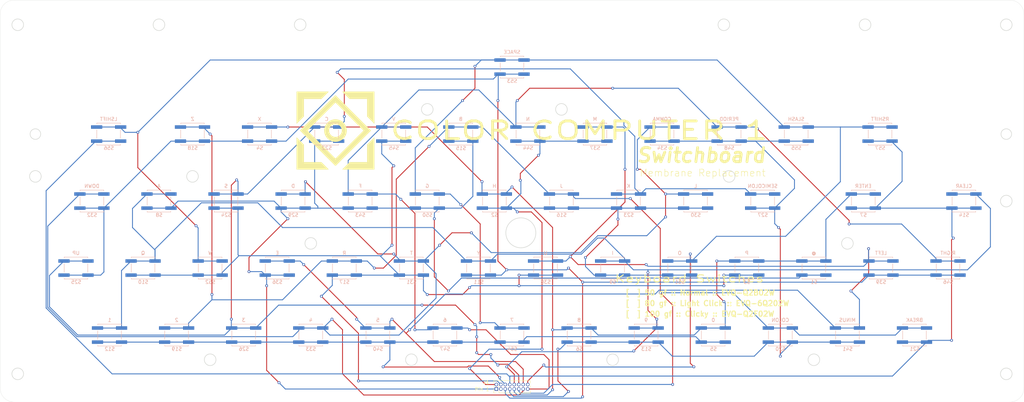
<source format=kicad_pcb>
(kicad_pcb (version 20171130) (host pcbnew "(5.1.10)-1")
  (title_block (title "CoCo1 Switchboard") (date 2021-10-07) (rev 1.0) (comment 4 "Author: Mike Rojas"))
  (layers (0 F.Cu signal) (31 B.Cu signal) (34 B.Paste user) (35 F.Paste user) (36 B.SilkS user) (37 F.SilkS user) (38 B.Mask user) (39 F.Mask user) (44 Edge.Cuts user))
  (net 0 "")
  (net 1 PB7)
  (net 2 PB6)
  (net 3 PB5)
  (net 4 PB4)
  (net 5 PB3)
  (net 6 PB2)
  (net 7 PB1)
  (net 8 PB0)
  (net 9 PA6)
  (net 10 PA5)
  (net 11 PA4)
  (net 12 PA3)
  (net 13 PA2)
  (net 14 "Net-(J1-Pad3)")
  (net 15 PA1)
  (net 16 PA0)
  (module Connector_PinHeader_1.27mm:PinHeader_2x08_P1.27mm_Vertical (layer F.Cu) (at 135.5598 3.3 90)
    (fp_text reference J1 (at 1.9 -2.8598 180) (layer F.SilkS))
    (fp_text value Conn_01x16)
    (pad 16 thru_hole oval (at 1.27 8.89 90) (size 1 1) (drill 0.65) (layers *.Cu *.Mask) (net 1 PB7))
    (pad 15 thru_hole oval (at 0 8.89 90) (size 1 1) (drill 0.65) (layers *.Cu *.Mask) (net 2 PB6))
    (pad 14 thru_hole oval (at 1.27 7.62 90) (size 1 1) (drill 0.65) (layers *.Cu *.Mask) (net 3 PB5))
    (pad 13 thru_hole oval (at 0 7.62 90) (size 1 1) (drill 0.65) (layers *.Cu *.Mask) (net 4 PB4))
    (pad 12 thru_hole oval (at 1.27 6.35 90) (size 1 1) (drill 0.65) (layers *.Cu *.Mask) (net 5 PB3))
    (pad 11 thru_hole oval (at 0 6.35 90) (size 1 1) (drill 0.65) (layers *.Cu *.Mask) (net 6 PB2))
    (pad 10 thru_hole oval (at 1.27 5.08 90) (size 1 1) (drill 0.65) (layers *.Cu *.Mask) (net 7 PB1))
    (pad 9 thru_hole oval (at 0 5.08 90) (size 1 1) (drill 0.65) (layers *.Cu *.Mask) (net 8 PB0))
    (pad 8 thru_hole oval (at 1.27 3.81 90) (size 1 1) (drill 0.65) (layers *.Cu *.Mask) (net 9 PA6))
    (pad 7 thru_hole oval (at 0 3.81 90) (size 1 1) (drill 0.65) (layers *.Cu *.Mask) (net 10 PA5))
    (pad 6 thru_hole oval (at 1.27 2.54 90) (size 1 1) (drill 0.65) (layers *.Cu *.Mask) (net 11 PA4))
    (pad 5 thru_hole oval (at 0 2.54 90) (size 1 1) (drill 0.65) (layers *.Cu *.Mask) (net 12 PA3))
    (pad 4 thru_hole oval (at 1.27 1.27 90) (size 1 1) (drill 0.65) (layers *.Cu *.Mask) (net 13 PA2))
    (pad 3 thru_hole oval (at 0 1.27 90) (size 1 1) (drill 0.65) (layers *.Cu *.Mask) (net 14 "Net-(J1-Pad3)"))
    (pad 2 thru_hole oval (at 1.27 0 90) (size 1 1) (drill 0.65) (layers *.Cu *.Mask) (net 15 PA1))
    (pad 1 thru_hole rect (at 0 0 90) (size 1 1) (drill 0.65) (layers *.Cu *.Mask) (net 16 PA0))
  )
  (module Button_Switch_SMD:SW_SPST_EVQQ2 (layer B.Cu) (at 244.25 -69)
    (fp_text reference S57 (at 0.05 3.95) (layer B.SilkS) (effects (justify mirror)))
    (fp_text value RSHIFT (at 0 -4.25) (layer B.SilkS) (effects (justify mirror)))
    (pad 2 smd rect (at 3.4 -2) (size 3.2 1) (layers B.Cu B.Paste B.Mask) (net 1 PB7))
    (pad 2 smd rect (at -3.4 -2) (size 3.2 1) (layers B.Cu B.Paste B.Mask) (net 1 PB7))
    (pad 1 smd rect (at -3.4 2) (size 3.2 1) (layers B.Cu B.Paste B.Mask) (net 9 PA6))
    (pad 1 smd rect (at 3.4 2) (size 3.2 1) (layers B.Cu B.Paste B.Mask) (net 9 PA6))
  )
  (module Button_Switch_SMD:SW_SPST_EVQQ2 (layer B.Cu) (at 25.75 -69)
    (fp_text reference S56 (at 0.05 3.95) (layer B.SilkS) (effects (justify mirror)))
    (fp_text value LSHIFT (at 0 -4.25) (layer B.SilkS) (effects (justify mirror)))
    (pad 2 smd rect (at 3.4 -2) (size 3.2 1) (layers B.Cu B.Paste B.Mask) (net 1 PB7))
    (pad 2 smd rect (at -3.4 -2) (size 3.2 1) (layers B.Cu B.Paste B.Mask) (net 1 PB7))
    (pad 1 smd rect (at -3.4 2) (size 3.2 1) (layers B.Cu B.Paste B.Mask) (net 9 PA6))
    (pad 1 smd rect (at 3.4 2) (size 3.2 1) (layers B.Cu B.Paste B.Mask) (net 9 PA6))
  )
  (module Button_Switch_SMD:SW_SPST_EVQQ2 (layer B.Cu) (at 220.5 -69)
    (fp_text reference S55 (at 0.05 3.95) (layer B.SilkS) (effects (justify mirror)))
    (fp_text value SLASH (at 0 -4.25) (layer B.SilkS) (effects (justify mirror)))
    (pad 2 smd rect (at 3.4 -2) (size 3.2 1) (layers B.Cu B.Paste B.Mask) (net 1 PB7))
    (pad 2 smd rect (at -3.4 -2) (size 3.2 1) (layers B.Cu B.Paste B.Mask) (net 1 PB7))
    (pad 1 smd rect (at -3.4 2) (size 3.2 1) (layers B.Cu B.Paste B.Mask) (net 10 PA5))
    (pad 1 smd rect (at 3.4 2) (size 3.2 1) (layers B.Cu B.Paste B.Mask) (net 10 PA5))
  )
  (module Button_Switch_SMD:SW_SPST_EVQQ2 (layer B.Cu) (at 140 -12)
    (fp_text reference S54 (at 0.05 3.95) (layer B.SilkS) (effects (justify mirror)))
    (fp_text value 7 (at 0 -4.25) (layer B.SilkS) (effects (justify mirror)))
    (pad 2 smd rect (at 3.4 -2) (size 3.2 1) (layers B.Cu B.Paste B.Mask) (net 1 PB7))
    (pad 2 smd rect (at -3.4 -2) (size 3.2 1) (layers B.Cu B.Paste B.Mask) (net 1 PB7))
    (pad 1 smd rect (at -3.4 2) (size 3.2 1) (layers B.Cu B.Paste B.Mask) (net 11 PA4))
    (pad 1 smd rect (at 3.4 2) (size 3.2 1) (layers B.Cu B.Paste B.Mask) (net 11 PA4))
  )
  (module Button_Switch_SMD:SW_SPST_EVQQ2 (layer B.Cu) (at 140 -88)
    (fp_text reference S53 (at 0.05 3.95) (layer B.SilkS) (effects (justify mirror)))
    (fp_text value SPACE (at 0 -4.25) (layer B.SilkS) (effects (justify mirror)))
    (pad 2 smd rect (at 3.4 -2) (size 3.2 1) (layers B.Cu B.Paste B.Mask) (net 1 PB7))
    (pad 2 smd rect (at -3.4 -2) (size 3.2 1) (layers B.Cu B.Paste B.Mask) (net 1 PB7))
    (pad 1 smd rect (at -3.4 2) (size 3.2 1) (layers B.Cu B.Paste B.Mask) (net 12 PA3))
    (pad 1 smd rect (at 3.4 2) (size 3.2 1) (layers B.Cu B.Paste B.Mask) (net 12 PA3))
  )
  (module Button_Switch_SMD:SW_SPST_EVQQ2 (layer B.Cu) (at 54.5 -31)
    (fp_text reference S52 (at 0.05 3.95) (layer B.SilkS) (effects (justify mirror)))
    (fp_text value W (at 0 -4.25) (layer B.SilkS) (effects (justify mirror)))
    (pad 2 smd rect (at 3.4 -2) (size 3.2 1) (layers B.Cu B.Paste B.Mask) (net 1 PB7))
    (pad 2 smd rect (at -3.4 -2) (size 3.2 1) (layers B.Cu B.Paste B.Mask) (net 1 PB7))
    (pad 1 smd rect (at -3.4 2) (size 3.2 1) (layers B.Cu B.Paste B.Mask) (net 13 PA2))
    (pad 1 smd rect (at 3.4 2) (size 3.2 1) (layers B.Cu B.Paste B.Mask) (net 13 PA2))
  )
  (module Button_Switch_SMD:SW_SPST_EVQQ2 (layer B.Cu) (at 187.5 -31)
    (fp_text reference S51 (at 0.05 3.95) (layer B.SilkS) (effects (justify mirror)))
    (fp_text value O (at 0 -4.25) (layer B.SilkS) (effects (justify mirror)))
    (pad 2 smd rect (at 3.4 -2) (size 3.2 1) (layers B.Cu B.Paste B.Mask) (net 1 PB7))
    (pad 2 smd rect (at -3.4 -2) (size 3.2 1) (layers B.Cu B.Paste B.Mask) (net 1 PB7))
    (pad 1 smd rect (at -3.4 2) (size 3.2 1) (layers B.Cu B.Paste B.Mask) (net 15 PA1))
    (pad 1 smd rect (at 3.4 2) (size 3.2 1) (layers B.Cu B.Paste B.Mask) (net 15 PA1))
  )
  (module Button_Switch_SMD:SW_SPST_EVQQ2 (layer B.Cu) (at 116 -50)
    (fp_text reference S50 (at 0.05 3.95) (layer B.SilkS) (effects (justify mirror)))
    (fp_text value G (at 0 -4.25) (layer B.SilkS) (effects (justify mirror)))
    (pad 2 smd rect (at 3.4 -2) (size 3.2 1) (layers B.Cu B.Paste B.Mask) (net 1 PB7))
    (pad 2 smd rect (at -3.4 -2) (size 3.2 1) (layers B.Cu B.Paste B.Mask) (net 1 PB7))
    (pad 1 smd rect (at -3.4 2) (size 3.2 1) (layers B.Cu B.Paste B.Mask) (net 16 PA0))
    (pad 1 smd rect (at 3.4 2) (size 3.2 1) (layers B.Cu B.Paste B.Mask) (net 16 PA0))
  )
  (module Button_Switch_SMD:SW_SPST_EVQQ2 (layer B.Cu) (at 201.5 -69)
    (fp_text reference S48 (at 0.05 3.95) (layer B.SilkS) (effects (justify mirror)))
    (fp_text value PERIOD (at 0 -4.25) (layer B.SilkS) (effects (justify mirror)))
    (pad 2 smd rect (at 3.4 -2) (size 3.2 1) (layers B.Cu B.Paste B.Mask) (net 2 PB6))
    (pad 2 smd rect (at -3.4 -2) (size 3.2 1) (layers B.Cu B.Paste B.Mask) (net 2 PB6))
    (pad 1 smd rect (at -3.4 2) (size 3.2 1) (layers B.Cu B.Paste B.Mask) (net 10 PA5))
    (pad 1 smd rect (at 3.4 2) (size 3.2 1) (layers B.Cu B.Paste B.Mask) (net 10 PA5))
  )
  (module Button_Switch_SMD:SW_SPST_EVQQ2 (layer B.Cu) (at 121 -12)
    (fp_text reference S47 (at 0.05 3.95) (layer B.SilkS) (effects (justify mirror)))
    (fp_text value 6 (at 0 -4.25) (layer B.SilkS) (effects (justify mirror)))
    (pad 2 smd rect (at 3.4 -2) (size 3.2 1) (layers B.Cu B.Paste B.Mask) (net 2 PB6))
    (pad 2 smd rect (at -3.4 -2) (size 3.2 1) (layers B.Cu B.Paste B.Mask) (net 2 PB6))
    (pad 1 smd rect (at -3.4 2) (size 3.2 1) (layers B.Cu B.Paste B.Mask) (net 11 PA4))
    (pad 1 smd rect (at 3.4 2) (size 3.2 1) (layers B.Cu B.Paste B.Mask) (net 11 PA4))
  )
  (module Button_Switch_SMD:SW_SPST_EVQQ2 (layer B.Cu) (at 263.5 -31)
    (fp_text reference S46 (at 0.05 3.95) (layer B.SilkS) (effects (justify mirror)))
    (fp_text value RIGHT (at 0 -4.25) (layer B.SilkS) (effects (justify mirror)))
    (pad 2 smd rect (at 3.4 -2) (size 3.2 1) (layers B.Cu B.Paste B.Mask) (net 2 PB6))
    (pad 2 smd rect (at -3.4 -2) (size 3.2 1) (layers B.Cu B.Paste B.Mask) (net 2 PB6))
    (pad 1 smd rect (at -3.4 2) (size 3.2 1) (layers B.Cu B.Paste B.Mask) (net 12 PA3))
    (pad 1 smd rect (at 3.4 2) (size 3.2 1) (layers B.Cu B.Paste B.Mask) (net 12 PA3))
  )
  (module Button_Switch_SMD:SW_SPST_EVQQ2 (layer B.Cu) (at 106.5 -69)
    (fp_text reference S45 (at 0.05 3.95) (layer B.SilkS) (effects (justify mirror)))
    (fp_text value V (at 0 -4.25) (layer B.SilkS) (effects (justify mirror)))
    (pad 2 smd rect (at 3.4 -2) (size 3.2 1) (layers B.Cu B.Paste B.Mask) (net 2 PB6))
    (pad 2 smd rect (at -3.4 -2) (size 3.2 1) (layers B.Cu B.Paste B.Mask) (net 2 PB6))
    (pad 1 smd rect (at -3.4 2) (size 3.2 1) (layers B.Cu B.Paste B.Mask) (net 13 PA2))
    (pad 1 smd rect (at 3.4 2) (size 3.2 1) (layers B.Cu B.Paste B.Mask) (net 13 PA2))
  )
  (module Button_Switch_SMD:SW_SPST_EVQQ2 (layer B.Cu) (at 144.5 -69)
    (fp_text reference S44 (at 0.05 3.95) (layer B.SilkS) (effects (justify mirror)))
    (fp_text value N (at 0 -4.25) (layer B.SilkS) (effects (justify mirror)))
    (pad 2 smd rect (at 3.4 -2) (size 3.2 1) (layers B.Cu B.Paste B.Mask) (net 2 PB6))
    (pad 2 smd rect (at -3.4 -2) (size 3.2 1) (layers B.Cu B.Paste B.Mask) (net 2 PB6))
    (pad 1 smd rect (at -3.4 2) (size 3.2 1) (layers B.Cu B.Paste B.Mask) (net 15 PA1))
    (pad 1 smd rect (at 3.4 2) (size 3.2 1) (layers B.Cu B.Paste B.Mask) (net 15 PA1))
  )
  (module Button_Switch_SMD:SW_SPST_EVQQ2 (layer B.Cu) (at 97 -50)
    (fp_text reference S43 (at 0.05 3.95) (layer B.SilkS) (effects (justify mirror)))
    (fp_text value F (at 0 -4.25) (layer B.SilkS) (effects (justify mirror)))
    (pad 2 smd rect (at 3.4 -2) (size 3.2 1) (layers B.Cu B.Paste B.Mask) (net 2 PB6))
    (pad 2 smd rect (at -3.4 -2) (size 3.2 1) (layers B.Cu B.Paste B.Mask) (net 2 PB6))
    (pad 1 smd rect (at -3.4 2) (size 3.2 1) (layers B.Cu B.Paste B.Mask) (net 16 PA0))
    (pad 1 smd rect (at 3.4 2) (size 3.2 1) (layers B.Cu B.Paste B.Mask) (net 16 PA0))
  )
  (module Button_Switch_SMD:SW_SPST_EVQQ2 (layer B.Cu) (at 235 -12)
    (fp_text reference S41 (at 0.05 3.95) (layer B.SilkS) (effects (justify mirror)))
    (fp_text value MINUS (at 0 -4.25) (layer B.SilkS) (effects (justify mirror)))
    (pad 2 smd rect (at 3.4 -2) (size 3.2 1) (layers B.Cu B.Paste B.Mask) (net 3 PB5))
    (pad 2 smd rect (at -3.4 -2) (size 3.2 1) (layers B.Cu B.Paste B.Mask) (net 3 PB5))
    (pad 1 smd rect (at -3.4 2) (size 3.2 1) (layers B.Cu B.Paste B.Mask) (net 10 PA5))
    (pad 1 smd rect (at 3.4 2) (size 3.2 1) (layers B.Cu B.Paste B.Mask) (net 10 PA5))
  )
  (module Button_Switch_SMD:SW_SPST_EVQQ2 (layer B.Cu) (at 102 -12)
    (fp_text reference S40 (at 0.05 3.95) (layer B.SilkS) (effects (justify mirror)))
    (fp_text value 5 (at 0 -4.25) (layer B.SilkS) (effects (justify mirror)))
    (pad 2 smd rect (at 3.4 -2) (size 3.2 1) (layers B.Cu B.Paste B.Mask) (net 3 PB5))
    (pad 2 smd rect (at -3.4 -2) (size 3.2 1) (layers B.Cu B.Paste B.Mask) (net 3 PB5))
    (pad 1 smd rect (at -3.4 2) (size 3.2 1) (layers B.Cu B.Paste B.Mask) (net 11 PA4))
    (pad 1 smd rect (at 3.4 2) (size 3.2 1) (layers B.Cu B.Paste B.Mask) (net 11 PA4))
  )
  (module Button_Switch_SMD:SW_SPST_EVQQ2 (layer B.Cu) (at 244.5 -31)
    (fp_text reference S39 (at 0.05 3.95) (layer B.SilkS) (effects (justify mirror)))
    (fp_text value LEFT (at 0 -4.25) (layer B.SilkS) (effects (justify mirror)))
    (pad 2 smd rect (at 3.4 -2) (size 3.2 1) (layers B.Cu B.Paste B.Mask) (net 3 PB5))
    (pad 2 smd rect (at -3.4 -2) (size 3.2 1) (layers B.Cu B.Paste B.Mask) (net 3 PB5))
    (pad 1 smd rect (at -3.4 2) (size 3.2 1) (layers B.Cu B.Paste B.Mask) (net 12 PA3))
    (pad 1 smd rect (at 3.4 2) (size 3.2 1) (layers B.Cu B.Paste B.Mask) (net 12 PA3))
  )
  (module Button_Switch_SMD:SW_SPST_EVQQ2 (layer B.Cu) (at 149.5 -31)
    (fp_text reference S38 (at 0.05 3.95) (layer B.SilkS) (effects (justify mirror)))
    (fp_text value U (at 0 -4.25) (layer B.SilkS) (effects (justify mirror)))
    (pad 2 smd rect (at 3.4 -2) (size 3.2 1) (layers B.Cu B.Paste B.Mask) (net 3 PB5))
    (pad 2 smd rect (at -3.4 -2) (size 3.2 1) (layers B.Cu B.Paste B.Mask) (net 3 PB5))
    (pad 1 smd rect (at -3.4 2) (size 3.2 1) (layers B.Cu B.Paste B.Mask) (net 13 PA2))
    (pad 1 smd rect (at 3.4 2) (size 3.2 1) (layers B.Cu B.Paste B.Mask) (net 13 PA2))
  )
  (module Button_Switch_SMD:SW_SPST_EVQQ2 (layer B.Cu) (at 163.5 -69)
    (fp_text reference S37 (at 0.05 3.95) (layer B.SilkS) (effects (justify mirror)))
    (fp_text value M (at 0 -4.25) (layer B.SilkS) (effects (justify mirror)))
    (pad 2 smd rect (at 3.4 -2) (size 3.2 1) (layers B.Cu B.Paste B.Mask) (net 3 PB5))
    (pad 2 smd rect (at -3.4 -2) (size 3.2 1) (layers B.Cu B.Paste B.Mask) (net 3 PB5))
    (pad 1 smd rect (at -3.4 2) (size 3.2 1) (layers B.Cu B.Paste B.Mask) (net 15 PA1))
    (pad 1 smd rect (at 3.4 2) (size 3.2 1) (layers B.Cu B.Paste B.Mask) (net 15 PA1))
  )
  (module Button_Switch_SMD:SW_SPST_EVQQ2 (layer B.Cu) (at 73.5 -31)
    (fp_text reference S36 (at 0.05 3.95) (layer B.SilkS) (effects (justify mirror)))
    (fp_text value E (at 0 -4.25) (layer B.SilkS) (effects (justify mirror)))
    (pad 2 smd rect (at 3.4 -2) (size 3.2 1) (layers B.Cu B.Paste B.Mask) (net 3 PB5))
    (pad 2 smd rect (at -3.4 -2) (size 3.2 1) (layers B.Cu B.Paste B.Mask) (net 3 PB5))
    (pad 1 smd rect (at -3.4 2) (size 3.2 1) (layers B.Cu B.Paste B.Mask) (net 16 PA0))
    (pad 1 smd rect (at 3.4 2) (size 3.2 1) (layers B.Cu B.Paste B.Mask) (net 16 PA0))
  )
  (module Button_Switch_SMD:SW_SPST_EVQQ2 (layer B.Cu) (at 182.5 -69)
    (fp_text reference S34 (at 0.05 3.95) (layer B.SilkS) (effects (justify mirror)))
    (fp_text value COMMA (at 0 -4.25) (layer B.SilkS) (effects (justify mirror)))
    (pad 2 smd rect (at 3.4 -2) (size 3.2 1) (layers B.Cu B.Paste B.Mask) (net 4 PB4))
    (pad 2 smd rect (at -3.4 -2) (size 3.2 1) (layers B.Cu B.Paste B.Mask) (net 4 PB4))
    (pad 1 smd rect (at -3.4 2) (size 3.2 1) (layers B.Cu B.Paste B.Mask) (net 10 PA5))
    (pad 1 smd rect (at 3.4 2) (size 3.2 1) (layers B.Cu B.Paste B.Mask) (net 10 PA5))
  )
  (module Button_Switch_SMD:SW_SPST_EVQQ2 (layer B.Cu) (at 83 -12)
    (fp_text reference S33 (at 0.05 3.95) (layer B.SilkS) (effects (justify mirror)))
    (fp_text value 4 (at 0 -4.25) (layer B.SilkS) (effects (justify mirror)))
    (pad 2 smd rect (at 3.4 -2) (size 3.2 1) (layers B.Cu B.Paste B.Mask) (net 4 PB4))
    (pad 2 smd rect (at -3.4 -2) (size 3.2 1) (layers B.Cu B.Paste B.Mask) (net 4 PB4))
    (pad 1 smd rect (at -3.4 2) (size 3.2 1) (layers B.Cu B.Paste B.Mask) (net 11 PA4))
    (pad 1 smd rect (at 3.4 2) (size 3.2 1) (layers B.Cu B.Paste B.Mask) (net 11 PA4))
  )
  (module Button_Switch_SMD:SW_SPST_EVQQ2 (layer B.Cu) (at 21 -50)
    (fp_text reference S32 (at 0.05 3.95) (layer B.SilkS) (effects (justify mirror)))
    (fp_text value DOWN (at 0 -4.25) (layer B.SilkS) (effects (justify mirror)))
    (pad 2 smd rect (at 3.4 -2) (size 3.2 1) (layers B.Cu B.Paste B.Mask) (net 4 PB4))
    (pad 2 smd rect (at -3.4 -2) (size 3.2 1) (layers B.Cu B.Paste B.Mask) (net 4 PB4))
    (pad 1 smd rect (at -3.4 2) (size 3.2 1) (layers B.Cu B.Paste B.Mask) (net 12 PA3))
    (pad 1 smd rect (at 3.4 2) (size 3.2 1) (layers B.Cu B.Paste B.Mask) (net 12 PA3))
  )
  (module Button_Switch_SMD:SW_SPST_EVQQ2 (layer B.Cu) (at 111.5 -31)
    (fp_text reference S31 (at 0.05 3.95) (layer B.SilkS) (effects (justify mirror)))
    (fp_text value T (at 0 -4.25) (layer B.SilkS) (effects (justify mirror)))
    (pad 2 smd rect (at 3.4 -2) (size 3.2 1) (layers B.Cu B.Paste B.Mask) (net 4 PB4))
    (pad 2 smd rect (at -3.4 -2) (size 3.2 1) (layers B.Cu B.Paste B.Mask) (net 4 PB4))
    (pad 1 smd rect (at -3.4 2) (size 3.2 1) (layers B.Cu B.Paste B.Mask) (net 13 PA2))
    (pad 1 smd rect (at 3.4 2) (size 3.2 1) (layers B.Cu B.Paste B.Mask) (net 13 PA2))
  )
  (module Button_Switch_SMD:SW_SPST_EVQQ2 (layer B.Cu) (at 192 -50)
    (fp_text reference S30 (at 0.05 3.95) (layer B.SilkS) (effects (justify mirror)))
    (fp_text value L (at 0 -4.25) (layer B.SilkS) (effects (justify mirror)))
    (pad 2 smd rect (at 3.4 -2) (size 3.2 1) (layers B.Cu B.Paste B.Mask) (net 4 PB4))
    (pad 2 smd rect (at -3.4 -2) (size 3.2 1) (layers B.Cu B.Paste B.Mask) (net 4 PB4))
    (pad 1 smd rect (at -3.4 2) (size 3.2 1) (layers B.Cu B.Paste B.Mask) (net 15 PA1))
    (pad 1 smd rect (at 3.4 2) (size 3.2 1) (layers B.Cu B.Paste B.Mask) (net 15 PA1))
  )
  (module Button_Switch_SMD:SW_SPST_EVQQ2 (layer B.Cu) (at 78 -50)
    (fp_text reference S29 (at 0.05 3.95) (layer B.SilkS) (effects (justify mirror)))
    (fp_text value D (at 0 -4.25) (layer B.SilkS) (effects (justify mirror)))
    (pad 2 smd rect (at 3.4 -2) (size 3.2 1) (layers B.Cu B.Paste B.Mask) (net 4 PB4))
    (pad 2 smd rect (at -3.4 -2) (size 3.2 1) (layers B.Cu B.Paste B.Mask) (net 4 PB4))
    (pad 1 smd rect (at -3.4 2) (size 3.2 1) (layers B.Cu B.Paste B.Mask) (net 16 PA0))
    (pad 1 smd rect (at 3.4 2) (size 3.2 1) (layers B.Cu B.Paste B.Mask) (net 16 PA0))
  )
  (module Button_Switch_SMD:SW_SPST_EVQQ2 (layer B.Cu) (at 211 -50)
    (fp_text reference S27 (at 0.05 3.95) (layer B.SilkS) (effects (justify mirror)))
    (fp_text value SEMICOLON (at 0 -4.25) (layer B.SilkS) (effects (justify mirror)))
    (pad 2 smd rect (at 3.4 -2) (size 3.2 1) (layers B.Cu B.Paste B.Mask) (net 5 PB3))
    (pad 2 smd rect (at -3.4 -2) (size 3.2 1) (layers B.Cu B.Paste B.Mask) (net 5 PB3))
    (pad 1 smd rect (at -3.4 2) (size 3.2 1) (layers B.Cu B.Paste B.Mask) (net 10 PA5))
    (pad 1 smd rect (at 3.4 2) (size 3.2 1) (layers B.Cu B.Paste B.Mask) (net 10 PA5))
  )
  (module Button_Switch_SMD:SW_SPST_EVQQ2 (layer B.Cu) (at 64 -12)
    (fp_text reference S26 (at 0.05 3.95) (layer B.SilkS) (effects (justify mirror)))
    (fp_text value 3 (at 0 -4.25) (layer B.SilkS) (effects (justify mirror)))
    (pad 2 smd rect (at 3.4 -2) (size 3.2 1) (layers B.Cu B.Paste B.Mask) (net 5 PB3))
    (pad 2 smd rect (at -3.4 -2) (size 3.2 1) (layers B.Cu B.Paste B.Mask) (net 5 PB3))
    (pad 1 smd rect (at -3.4 2) (size 3.2 1) (layers B.Cu B.Paste B.Mask) (net 11 PA4))
    (pad 1 smd rect (at 3.4 2) (size 3.2 1) (layers B.Cu B.Paste B.Mask) (net 11 PA4))
  )
  (module Button_Switch_SMD:SW_SPST_EVQQ2 (layer B.Cu) (at 16.5 -31)
    (fp_text reference S25 (at 0.05 3.95) (layer B.SilkS) (effects (justify mirror)))
    (fp_text value UP (at 0 -4.25) (layer B.SilkS) (effects (justify mirror)))
    (pad 2 smd rect (at 3.4 -2) (size 3.2 1) (layers B.Cu B.Paste B.Mask) (net 5 PB3))
    (pad 2 smd rect (at -3.4 -2) (size 3.2 1) (layers B.Cu B.Paste B.Mask) (net 5 PB3))
    (pad 1 smd rect (at -3.4 2) (size 3.2 1) (layers B.Cu B.Paste B.Mask) (net 12 PA3))
    (pad 1 smd rect (at 3.4 2) (size 3.2 1) (layers B.Cu B.Paste B.Mask) (net 12 PA3))
  )
  (module Button_Switch_SMD:SW_SPST_EVQQ2 (layer B.Cu) (at 59 -50)
    (fp_text reference S24 (at 0.05 3.95) (layer B.SilkS) (effects (justify mirror)))
    (fp_text value S (at 0 -4.25) (layer B.SilkS) (effects (justify mirror)))
    (pad 2 smd rect (at 3.4 -2) (size 3.2 1) (layers B.Cu B.Paste B.Mask) (net 5 PB3))
    (pad 2 smd rect (at -3.4 -2) (size 3.2 1) (layers B.Cu B.Paste B.Mask) (net 5 PB3))
    (pad 1 smd rect (at -3.4 2) (size 3.2 1) (layers B.Cu B.Paste B.Mask) (net 13 PA2))
    (pad 1 smd rect (at 3.4 2) (size 3.2 1) (layers B.Cu B.Paste B.Mask) (net 13 PA2))
  )
  (module Button_Switch_SMD:SW_SPST_EVQQ2 (layer B.Cu) (at 173 -50)
    (fp_text reference S23 (at 0.05 3.95) (layer B.SilkS) (effects (justify mirror)))
    (fp_text value K (at 0 -4.25) (layer B.SilkS) (effects (justify mirror)))
    (pad 2 smd rect (at 3.4 -2) (size 3.2 1) (layers B.Cu B.Paste B.Mask) (net 5 PB3))
    (pad 2 smd rect (at -3.4 -2) (size 3.2 1) (layers B.Cu B.Paste B.Mask) (net 5 PB3))
    (pad 1 smd rect (at -3.4 2) (size 3.2 1) (layers B.Cu B.Paste B.Mask) (net 15 PA1))
    (pad 1 smd rect (at 3.4 2) (size 3.2 1) (layers B.Cu B.Paste B.Mask) (net 15 PA1))
  )
  (module Button_Switch_SMD:SW_SPST_EVQQ2 (layer B.Cu) (at 87.5 -69)
    (fp_text reference S22 (at 0.05 3.95) (layer B.SilkS) (effects (justify mirror)))
    (fp_text value C (at 0 -4.25) (layer B.SilkS) (effects (justify mirror)))
    (pad 2 smd rect (at 3.4 -2) (size 3.2 1) (layers B.Cu B.Paste B.Mask) (net 5 PB3))
    (pad 2 smd rect (at -3.4 -2) (size 3.2 1) (layers B.Cu B.Paste B.Mask) (net 5 PB3))
    (pad 1 smd rect (at -3.4 2) (size 3.2 1) (layers B.Cu B.Paste B.Mask) (net 16 PA0))
    (pad 1 smd rect (at 3.4 2) (size 3.2 1) (layers B.Cu B.Paste B.Mask) (net 16 PA0))
  )
  (module Button_Switch_SMD:SW_SPST_EVQQ2 (layer B.Cu) (at 254 -12)
    (fp_text reference S21 (at 0.05 3.95) (layer B.SilkS) (effects (justify mirror)))
    (fp_text value BREAK (at 0 -4.25) (layer B.SilkS) (effects (justify mirror)))
    (pad 2 smd rect (at 3.4 -2) (size 3.2 1) (layers B.Cu B.Paste B.Mask) (net 6 PB2))
    (pad 2 smd rect (at -3.4 -2) (size 3.2 1) (layers B.Cu B.Paste B.Mask) (net 6 PB2))
    (pad 1 smd rect (at -3.4 2) (size 3.2 1) (layers B.Cu B.Paste B.Mask) (net 9 PA6))
    (pad 1 smd rect (at 3.4 2) (size 3.2 1) (layers B.Cu B.Paste B.Mask) (net 9 PA6))
  )
  (module Button_Switch_SMD:SW_SPST_EVQQ2 (layer B.Cu) (at 216 -12)
    (fp_text reference S20 (at 0.05 3.95) (layer B.SilkS) (effects (justify mirror)))
    (fp_text value COLON (at 0 -4.25) (layer B.SilkS) (effects (justify mirror)))
    (pad 2 smd rect (at 3.4 -2) (size 3.2 1) (layers B.Cu B.Paste B.Mask) (net 6 PB2))
    (pad 2 smd rect (at -3.4 -2) (size 3.2 1) (layers B.Cu B.Paste B.Mask) (net 6 PB2))
    (pad 1 smd rect (at -3.4 2) (size 3.2 1) (layers B.Cu B.Paste B.Mask) (net 10 PA5))
    (pad 1 smd rect (at 3.4 2) (size 3.2 1) (layers B.Cu B.Paste B.Mask) (net 10 PA5))
  )
  (module Button_Switch_SMD:SW_SPST_EVQQ2 (layer B.Cu) (at 45 -12)
    (fp_text reference S19 (at 0.05 3.95) (layer B.SilkS) (effects (justify mirror)))
    (fp_text value 2 (at 0 -4.25) (layer B.SilkS) (effects (justify mirror)))
    (pad 2 smd rect (at 3.4 -2) (size 3.2 1) (layers B.Cu B.Paste B.Mask) (net 6 PB2))
    (pad 2 smd rect (at -3.4 -2) (size 3.2 1) (layers B.Cu B.Paste B.Mask) (net 6 PB2))
    (pad 1 smd rect (at -3.4 2) (size 3.2 1) (layers B.Cu B.Paste B.Mask) (net 11 PA4))
    (pad 1 smd rect (at 3.4 2) (size 3.2 1) (layers B.Cu B.Paste B.Mask) (net 11 PA4))
  )
  (module Button_Switch_SMD:SW_SPST_EVQQ2 (layer B.Cu) (at 49.5 -69)
    (fp_text reference S18 (at 0.05 3.95) (layer B.SilkS) (effects (justify mirror)))
    (fp_text value Z (at 0 -4.25) (layer B.SilkS) (effects (justify mirror)))
    (pad 2 smd rect (at 3.4 -2) (size 3.2 1) (layers B.Cu B.Paste B.Mask) (net 6 PB2))
    (pad 2 smd rect (at -3.4 -2) (size 3.2 1) (layers B.Cu B.Paste B.Mask) (net 6 PB2))
    (pad 1 smd rect (at -3.4 2) (size 3.2 1) (layers B.Cu B.Paste B.Mask) (net 12 PA3))
    (pad 1 smd rect (at 3.4 2) (size 3.2 1) (layers B.Cu B.Paste B.Mask) (net 12 PA3))
  )
  (module Button_Switch_SMD:SW_SPST_EVQQ2 (layer B.Cu) (at 92.5 -31)
    (fp_text reference S17 (at 0.05 3.95) (layer B.SilkS) (effects (justify mirror)))
    (fp_text value R (at 0 -4.25) (layer B.SilkS) (effects (justify mirror)))
    (pad 2 smd rect (at 3.4 -2) (size 3.2 1) (layers B.Cu B.Paste B.Mask) (net 6 PB2))
    (pad 2 smd rect (at -3.4 -2) (size 3.2 1) (layers B.Cu B.Paste B.Mask) (net 6 PB2))
    (pad 1 smd rect (at -3.4 2) (size 3.2 1) (layers B.Cu B.Paste B.Mask) (net 13 PA2))
    (pad 1 smd rect (at 3.4 2) (size 3.2 1) (layers B.Cu B.Paste B.Mask) (net 13 PA2))
  )
  (module Button_Switch_SMD:SW_SPST_EVQQ2 (layer B.Cu) (at 154 -50)
    (fp_text reference S16 (at 0.05 3.95) (layer B.SilkS) (effects (justify mirror)))
    (fp_text value J (at 0 -4.25) (layer B.SilkS) (effects (justify mirror)))
    (pad 2 smd rect (at 3.4 -2) (size 3.2 1) (layers B.Cu B.Paste B.Mask) (net 6 PB2))
    (pad 2 smd rect (at -3.4 -2) (size 3.2 1) (layers B.Cu B.Paste B.Mask) (net 6 PB2))
    (pad 1 smd rect (at -3.4 2) (size 3.2 1) (layers B.Cu B.Paste B.Mask) (net 15 PA1))
    (pad 1 smd rect (at 3.4 2) (size 3.2 1) (layers B.Cu B.Paste B.Mask) (net 15 PA1))
  )
  (module Button_Switch_SMD:SW_SPST_EVQQ2 (layer B.Cu) (at 125.5 -69)
    (fp_text reference S15 (at 0.05 4) (layer B.SilkS) (effects (justify mirror)))
    (fp_text value B (at 0 -4.25) (layer B.SilkS) (effects (justify mirror)))
    (pad 2 smd rect (at 3.4 -2) (size 3.2 1) (layers B.Cu B.Paste B.Mask) (net 6 PB2))
    (pad 2 smd rect (at -3.4 -2) (size 3.2 1) (layers B.Cu B.Paste B.Mask) (net 6 PB2))
    (pad 1 smd rect (at -3.4 2) (size 3.2 1) (layers B.Cu B.Paste B.Mask) (net 16 PA0))
    (pad 1 smd rect (at 3.4 2) (size 3.2 1) (layers B.Cu B.Paste B.Mask) (net 16 PA0))
  )
  (module Button_Switch_SMD:SW_SPST_EVQQ2 (layer B.Cu) (at 268 -50)
    (fp_text reference S14 (at 0.05 3.95) (layer B.SilkS) (effects (justify mirror)))
    (fp_text value CLEAR (at 0 -4.25) (layer B.SilkS) (effects (justify mirror)))
    (pad 2 smd rect (at 3.4 -2) (size 3.2 1) (layers B.Cu B.Paste B.Mask) (net 7 PB1))
    (pad 2 smd rect (at -3.4 -2) (size 3.2 1) (layers B.Cu B.Paste B.Mask) (net 7 PB1))
    (pad 1 smd rect (at -3.4 2) (size 3.2 1) (layers B.Cu B.Paste B.Mask) (net 9 PA6))
    (pad 1 smd rect (at 3.4 2) (size 3.2 1) (layers B.Cu B.Paste B.Mask) (net 9 PA6))
  )
  (module Button_Switch_SMD:SW_SPST_EVQQ2 (layer B.Cu) (at 178 -12)
    (fp_text reference S13 (at 0.05 3.95) (layer B.SilkS) (effects (justify mirror)))
    (fp_text value 9 (at 0 -4.25) (layer B.SilkS) (effects (justify mirror)))
    (pad 2 smd rect (at 3.4 -2) (size 3.2 1) (layers B.Cu B.Paste B.Mask) (net 7 PB1))
    (pad 2 smd rect (at -3.4 -2) (size 3.2 1) (layers B.Cu B.Paste B.Mask) (net 7 PB1))
    (pad 1 smd rect (at -3.4 2) (size 3.2 1) (layers B.Cu B.Paste B.Mask) (net 10 PA5))
    (pad 1 smd rect (at 3.4 2) (size 3.2 1) (layers B.Cu B.Paste B.Mask) (net 10 PA5))
  )
  (module Button_Switch_SMD:SW_SPST_EVQQ2 (layer B.Cu) (at 26 -12)
    (fp_text reference S12 (at 0.05 3.95) (layer B.SilkS) (effects (justify mirror)))
    (fp_text value 1 (at 0 -4.25) (layer B.SilkS) (effects (justify mirror)))
    (pad 2 smd rect (at 3.4 -2) (size 3.2 1) (layers B.Cu B.Paste B.Mask) (net 7 PB1))
    (pad 2 smd rect (at -3.4 -2) (size 3.2 1) (layers B.Cu B.Paste B.Mask) (net 7 PB1))
    (pad 1 smd rect (at -3.4 2) (size 3.2 1) (layers B.Cu B.Paste B.Mask) (net 11 PA4))
    (pad 1 smd rect (at 3.4 2) (size 3.2 1) (layers B.Cu B.Paste B.Mask) (net 11 PA4))
  )
  (module Button_Switch_SMD:SW_SPST_EVQQ2 (layer B.Cu) (at 130.5 -31)
    (fp_text reference S11 (at 0.05 3.95) (layer B.SilkS) (effects (justify mirror)))
    (fp_text value Y (at 0 -4.25) (layer B.SilkS) (effects (justify mirror)))
    (pad 2 smd rect (at 3.4 -2) (size 3.2 1) (layers B.Cu B.Paste B.Mask) (net 7 PB1))
    (pad 2 smd rect (at -3.4 -2) (size 3.2 1) (layers B.Cu B.Paste B.Mask) (net 7 PB1))
    (pad 1 smd rect (at -3.4 2) (size 3.2 1) (layers B.Cu B.Paste B.Mask) (net 12 PA3))
    (pad 1 smd rect (at 3.4 2) (size 3.2 1) (layers B.Cu B.Paste B.Mask) (net 12 PA3))
  )
  (module Button_Switch_SMD:SW_SPST_EVQQ2 (layer B.Cu) (at 35.5 -31)
    (fp_text reference S10 (at 0.05 3.95) (layer B.SilkS) (effects (justify mirror)))
    (fp_text value Q (at 0 -4.25) (layer B.SilkS) (effects (justify mirror)))
    (pad 2 smd rect (at 3.4 -2) (size 3.2 1) (layers B.Cu B.Paste B.Mask) (net 7 PB1))
    (pad 2 smd rect (at -3.4 -2) (size 3.2 1) (layers B.Cu B.Paste B.Mask) (net 7 PB1))
    (pad 1 smd rect (at -3.4 2) (size 3.2 1) (layers B.Cu B.Paste B.Mask) (net 13 PA2))
    (pad 1 smd rect (at 3.4 2) (size 3.2 1) (layers B.Cu B.Paste B.Mask) (net 13 PA2))
  )
  (module Button_Switch_SMD:SW_SPST_EVQQ2 (layer B.Cu) (at 168.5 -31)
    (fp_text reference S9 (at 0.05 3.95) (layer B.SilkS) (effects (justify mirror)))
    (fp_text value I (at 0 -4.25) (layer B.SilkS) (effects (justify mirror)))
    (pad 2 smd rect (at 3.4 -2) (size 3.2 1) (layers B.Cu B.Paste B.Mask) (net 7 PB1))
    (pad 2 smd rect (at -3.4 -2) (size 3.2 1) (layers B.Cu B.Paste B.Mask) (net 7 PB1))
    (pad 1 smd rect (at -3.4 2) (size 3.2 1) (layers B.Cu B.Paste B.Mask) (net 15 PA1))
    (pad 1 smd rect (at 3.4 2) (size 3.2 1) (layers B.Cu B.Paste B.Mask) (net 15 PA1))
  )
  (module Button_Switch_SMD:SW_SPST_EVQQ2 (layer B.Cu) (at 40 -50)
    (fp_text reference S8 (at 0.05 3.95) (layer B.SilkS) (effects (justify mirror)))
    (fp_text value A (at 0 -4.25) (layer B.SilkS) (effects (justify mirror)))
    (pad 2 smd rect (at 3.4 -2) (size 3.2 1) (layers B.Cu B.Paste B.Mask) (net 7 PB1))
    (pad 2 smd rect (at -3.4 -2) (size 3.2 1) (layers B.Cu B.Paste B.Mask) (net 7 PB1))
    (pad 1 smd rect (at -3.4 2) (size 3.2 1) (layers B.Cu B.Paste B.Mask) (net 16 PA0))
    (pad 1 smd rect (at 3.4 2) (size 3.2 1) (layers B.Cu B.Paste B.Mask) (net 16 PA0))
  )
  (module Button_Switch_SMD:SW_SPST_EVQQ2 (layer B.Cu) (at 239.5 -50)
    (fp_text reference S7 (at 0.05 3.95) (layer B.SilkS) (effects (justify mirror)))
    (fp_text value ENTER (at 0 -4.25) (layer B.SilkS) (effects (justify mirror)))
    (pad 2 smd rect (at 3.4 -2) (size 3.2 1) (layers B.Cu B.Paste B.Mask) (net 8 PB0))
    (pad 2 smd rect (at -3.4 -2) (size 3.2 1) (layers B.Cu B.Paste B.Mask) (net 8 PB0))
    (pad 1 smd rect (at -3.4 2) (size 3.2 1) (layers B.Cu B.Paste B.Mask) (net 9 PA6))
    (pad 1 smd rect (at 3.4 2) (size 3.2 1) (layers B.Cu B.Paste B.Mask) (net 9 PA6))
  )
  (module Button_Switch_SMD:SW_SPST_EVQQ2 (layer B.Cu) (at 159 -12)
    (fp_text reference S6 (at 0.05 3.95) (layer B.SilkS) (effects (justify mirror)))
    (fp_text value 8 (at 0 -4.25) (layer B.SilkS) (effects (justify mirror)))
    (pad 2 smd rect (at 3.4 -2) (size 3.2 1) (layers B.Cu B.Paste B.Mask) (net 8 PB0))
    (pad 2 smd rect (at -3.4 -2) (size 3.2 1) (layers B.Cu B.Paste B.Mask) (net 8 PB0))
    (pad 1 smd rect (at -3.4 2) (size 3.2 1) (layers B.Cu B.Paste B.Mask) (net 10 PA5))
    (pad 1 smd rect (at 3.4 2) (size 3.2 1) (layers B.Cu B.Paste B.Mask) (net 10 PA5))
  )
  (module Button_Switch_SMD:SW_SPST_EVQQ2 (layer B.Cu) (at 197 -12)
    (fp_text reference S5 (at 0.05 3.95) (layer B.SilkS) (effects (justify mirror)))
    (fp_text value 0 (at 0 -4.25) (layer B.SilkS) (effects (justify mirror)))
    (pad 2 smd rect (at 3.4 -2) (size 3.2 1) (layers B.Cu B.Paste B.Mask) (net 8 PB0))
    (pad 2 smd rect (at -3.4 -2) (size 3.2 1) (layers B.Cu B.Paste B.Mask) (net 8 PB0))
    (pad 1 smd rect (at -3.4 2) (size 3.2 1) (layers B.Cu B.Paste B.Mask) (net 11 PA4))
    (pad 1 smd rect (at 3.4 2) (size 3.2 1) (layers B.Cu B.Paste B.Mask) (net 11 PA4))
  )
  (module Button_Switch_SMD:SW_SPST_EVQQ2 (layer B.Cu) (at 68.5 -69)
    (fp_text reference S4 (at 0.05 3.95) (layer B.SilkS) (effects (justify mirror)))
    (fp_text value X (at 0 -4.25) (layer B.SilkS) (effects (justify mirror)))
    (pad 2 smd rect (at 3.4 -2) (size 3.2 1) (layers B.Cu B.Paste B.Mask) (net 8 PB0))
    (pad 2 smd rect (at -3.4 -2) (size 3.2 1) (layers B.Cu B.Paste B.Mask) (net 8 PB0))
    (pad 1 smd rect (at -3.4 2) (size 3.2 1) (layers B.Cu B.Paste B.Mask) (net 12 PA3))
    (pad 1 smd rect (at 3.4 2) (size 3.2 1) (layers B.Cu B.Paste B.Mask) (net 12 PA3))
  )
  (module Button_Switch_SMD:SW_SPST_EVQQ2 (layer B.Cu) (at 206.5 -31)
    (fp_text reference S3 (at 0.05 3.95) (layer B.SilkS) (effects (justify mirror)))
    (fp_text value P (at 0 -4.25) (layer B.SilkS) (effects (justify mirror)))
    (pad 2 smd rect (at 3.4 -2) (size 3.2 1) (layers B.Cu B.Paste B.Mask) (net 8 PB0))
    (pad 2 smd rect (at -3.4 -2) (size 3.2 1) (layers B.Cu B.Paste B.Mask) (net 8 PB0))
    (pad 1 smd rect (at -3.4 2) (size 3.2 1) (layers B.Cu B.Paste B.Mask) (net 13 PA2))
    (pad 1 smd rect (at 3.4 2) (size 3.2 1) (layers B.Cu B.Paste B.Mask) (net 13 PA2))
  )
  (module Button_Switch_SMD:SW_SPST_EVQQ2 (layer B.Cu) (at 135 -50)
    (fp_text reference S2 (at 0.05 3.95) (layer B.SilkS) (effects (justify mirror)))
    (fp_text value H (at 0 -4.25) (layer B.SilkS) (effects (justify mirror)))
    (pad 2 smd rect (at 3.4 -2) (size 3.2 1) (layers B.Cu B.Paste B.Mask) (net 8 PB0))
    (pad 2 smd rect (at -3.4 -2) (size 3.2 1) (layers B.Cu B.Paste B.Mask) (net 8 PB0))
    (pad 1 smd rect (at -3.4 2) (size 3.2 1) (layers B.Cu B.Paste B.Mask) (net 15 PA1))
    (pad 1 smd rect (at 3.4 2) (size 3.2 1) (layers B.Cu B.Paste B.Mask) (net 15 PA1))
  )
  (module Button_Switch_SMD:SW_SPST_EVQQ2 (layer B.Cu) (at 225.5 -31)
    (fp_text reference S1 (at 0.05 3.95) (layer B.SilkS) (effects (justify mirror)))
    (fp_text value @ (at 0 -4.25) (layer B.SilkS) (effects (justify mirror)))
    (pad 2 smd rect (at 3.4 -2) (size 3.2 1) (layers B.Cu B.Paste B.Mask) (net 8 PB0))
    (pad 2 smd rect (at -3.4 -2) (size 3.2 1) (layers B.Cu B.Paste B.Mask) (net 8 PB0))
    (pad 1 smd rect (at -3.4 2) (size 3.2 1) (layers B.Cu B.Paste B.Mask) (net 16 PA0))
    (pad 1 smd rect (at 3.4 2) (size 3.2 1) (layers B.Cu B.Paste B.Mask) (net 16 PA0))
  )
  (gr_circle (center 142.5 -41) (end 146.75 -41) (layer Edge.Cuts) (width 0.15))
  (gr_circle (center 116 -76) (end 117.65 -76) (layer Edge.Cuts) (width 0.15))
  (gr_circle (center 154 -76) (end 155.65 -76) (layer Edge.Cuts) (width 0.15))
  (gr_circle (center 201.5 -57) (end 203.15 -57) (layer Edge.Cuts) (width 0.15))
  (gr_circle (center 49.5 -57) (end 51.15 -57) (layer Edge.Cuts) (width 0.15))
  (gr_circle (center 280 -69) (end 281.5 -69) (layer Edge.Cuts) (width 0.15))
  (gr_text "Pin 1" (at 131.5 3.4) (layer F.SilkS) (effects (font (size 1 1) (thickness 0.125))))
  (gr_text "[  ] 100 gf :: Clicky :: EVQ-Q2F02W" (at 172 -18) (layer F.SilkS) (effects (font (size 1.5 1.5) (thickness 0.3)) (justify left)))
  (gr_text "[  ] 80 gf :: Light Click :: EVQ-6Q202W" (at 172 -21) (layer F.SilkS) (effects (font (size 1.5 1.5) (thickness 0.3)) (justify left)))
  (gr_text "[  ] 50 gf :: Normal :: EVQ-Q2B02W" (at 172 -24) (layer F.SilkS) (effects (font (size 1.5 1.5) (thickness 0.3)) (justify left)))
  (gr_text "Keyboard Switches" (at 168.9 -28) (layer F.SilkS) (effects (font (size 2 3) (thickness 0.3)) (justify left)))
  (gr_poly (pts (xy 92 -59) (xy 94 -61) (xy 99 -61) (xy 99 -66) (xy 101 -68) (xy 101 -59)) (layer F.SilkS) (width 0.1))
  (gr_poly (pts (xy 79 -68) (xy 81 -66) (xy 81 -61) (xy 86 -61) (xy 88 -59) (xy 79 -59)) (layer F.SilkS) (width 0.1))
  (gr_poly (pts (xy 88 -81) (xy 86 -79) (xy 81 -79) (xy 81 -74) (xy 79 -72) (xy 79 -81)) (layer F.SilkS) (width 0.1))
  (gr_poly (pts (xy 101 -72) (xy 99 -74) (xy 99 -79) (xy 94 -79) (xy 92 -81) (xy 101 -81)) (layer F.SilkS) (width 0.1))
  (gr_poly (pts (xy 99 -69) (xy 91 -61) (xy 90 -62) (xy 98 -70)) (layer F.SilkS) (width 0.1))
  (gr_poly (pts (xy 91 -61) (xy 90 -60) (xy 81 -69) (xy 82 -70)) (layer F.SilkS) (width 0.1))
  (gr_poly (pts (xy 90 -78) (xy 81 -69) (xy 80 -70) (xy 89 -79)) (layer F.SilkS) (width 0.1))
  (gr_poly (pts (xy 100 -70) (xy 99 -69) (xy 89 -79) (xy 90 -80)) (layer F.SilkS) (width 0.1))
  (gr_circle (center 90 -70) (end 92.5 -70) (layer F.SilkS) (width 1.4))
  (gr_text "Membrane Replacement" (at 194 -58) (layer F.SilkS) (effects (font (size 2 2))))
  (gr_text "COLOR COMPUTER 1" (at 159 -70) (layer F.SilkS) (effects (font (size 5 7.000001) (thickness 0.8))))
  (gr_text Switchboard (at 175 -63) (layer F.SilkS) (effects (font (size 4 4) (thickness 0.8) italic) (justify left)))
  (gr_arc (start -1 -103) (end -1 -107) (angle -90) (layer Edge.Cuts) (width 0.05))
  (gr_arc (start 281 -103) (end 285 -103) (angle -90) (layer Edge.Cuts) (width 0.05))
  (gr_line (start -1 -107) (end 281 -107) (layer Edge.Cuts) (width 0.05))
  (gr_arc (start -1 3) (end -5 3) (angle -90) (layer Edge.Cuts) (width 0.05))
  (gr_arc (start 281 3) (end 281 7) (angle -90) (layer Edge.Cuts) (width 0.05))
  (gr_line (start -1 7) (end 281 7) (layer Edge.Cuts) (width 0.05))
  (gr_line (start 281 7) (end 281 7) (layer Edge.Cuts) (width 0.05))
  (gr_circle (center 83 -38) (end 84.65 -38) (layer Edge.Cuts) (width 0.15))
  (gr_circle (center 235 -38) (end 236.65 -38) (layer Edge.Cuts) (width 0.15))
  (gr_circle (center 200 -100) (end 201.65 -100) (layer Edge.Cuts) (width 0.15))
  (gr_circle (center 240 -100) (end 241.65 -100) (layer Edge.Cuts) (width 0.15))
  (gr_circle (center 280 -100) (end 281.65 -100) (layer Edge.Cuts) (width 0.15))
  (gr_circle (center 280 -50) (end 281.65 -50) (layer Edge.Cuts) (width 0.15))
  (gr_circle (center 280 -1) (end 281.65 -1) (layer Edge.Cuts) (width 0.15))
  (gr_circle (center 225.5 -5) (end 227.15 -5) (layer Edge.Cuts) (width 0.15))
  (gr_circle (center 168.5 -5) (end 170.15 -5) (layer Edge.Cuts) (width 0.15))
  (gr_circle (center 111.5 -5) (end 113.15 -5) (layer Edge.Cuts) (width 0.15))
  (gr_circle (center 54.5 -5) (end 56.15 -5) (layer Edge.Cuts) (width 0.15))
  (gr_circle (center 80 -100) (end 81.65 -100) (layer Edge.Cuts) (width 0.15))
  (gr_circle (center 40 -100) (end 41.65 -100) (layer Edge.Cuts) (width 0.15))
  (gr_circle (center 0 -100) (end 1.65 -100) (layer Edge.Cuts) (width 0.15))
  (gr_circle (center 5 -57) (end 6.65 -57) (layer Edge.Cuts) (width 0.15))
  (gr_circle (center 0 -1) (end 1.65 -1) (layer Edge.Cuts) (width 0.15))
  (gr_circle (center 5 -69) (end 6.5 -69) (layer Edge.Cuts) (width 0.15))
  (gr_line (start 285 3) (end 285 -103) (layer Edge.Cuts) (width 0.05))
  (gr_line (start -5 -103) (end -5 3) (layer Edge.Cuts) (width 0.05))
  (segment (start 142.9 -90) (end 136.1 -90) (width 0.25) (layer B.Cu) (net 1))
  (segment (start 51.1 -33) (end 57.9 -33) (width 0.25) (layer B.Cu) (net 1))
  (segment (start 28.9 -71) (end 22.1 -71) (width 0.25) (layer B.Cu) (net 1))
  (segment (start 112.6 -52) (end 119.4 -52) (width 0.25) (layer B.Cu) (net 1))
  (segment (start 143.4 -14) (end 136.6 -14) (width 0.25) (layer B.Cu) (net 1))
  (segment (start 184.1 -33) (end 190.9 -33) (width 0.25) (layer B.Cu) (net 1))
  (via (at 50.5 -43) (size 0.8) (drill 0.4) (layers F.Cu B.Cu) (net 1))
  (segment (start 51.1 -42.4) (end 50.5 -43) (width 0.25) (layer B.Cu) (net 1))
  (segment (start 51.1 -33) (end 51.1 -42.4) (width 0.25) (layer B.Cu) (net 1))
  (via (at 34 -69.5) (size 0.8) (drill 0.4) (layers F.Cu B.Cu) (net 1))
  (segment (start 34 -59.5) (end 34 -69.5) (width 0.25) (layer F.Cu) (net 1))
  (segment (start 50.5 -43) (end 34 -59.5) (width 0.25) (layer F.Cu) (net 1))
  (segment (start 30.4 -69.5) (end 28.9 -71) (width 0.25) (layer B.Cu) (net 1))
  (segment (start 34 -69.5) (end 30.4 -69.5) (width 0.25) (layer B.Cu) (net 1))
  (segment (start 198.1 -90) (end 217.1 -71) (width 0.25) (layer B.Cu) (net 1))
  (segment (start 142.9 -90) (end 198.1 -90) (width 0.25) (layer B.Cu) (net 1))
  (segment (start 217.5 -40) (end 233 -55.5) (width 0.25) (layer B.Cu) (net 1))
  (segment (start 233 -55.5) (end 233 -71) (width 0.25) (layer B.Cu) (net 1))
  (segment (start 197.9 -40) (end 217.5 -40) (width 0.25) (layer B.Cu) (net 1))
  (segment (start 190.9 -33) (end 197.9 -40) (width 0.25) (layer B.Cu) (net 1))
  (segment (start 233 -71) (end 217.1 -71) (width 0.25) (layer B.Cu) (net 1))
  (segment (start 247.4 -71) (end 233 -71) (width 0.25) (layer B.Cu) (net 1))
  (segment (start 54.5 -90) (end 34 -69.5) (width 0.25) (layer B.Cu) (net 1))
  (segment (start 136.1 -90) (end 54.5 -90) (width 0.25) (layer B.Cu) (net 1))
  (via (at 126 -78.5) (size 0.8) (drill 0.4) (layers F.Cu B.Cu) (net 1))
  (segment (start 112.6 -65.1) (end 126 -78.5) (width 0.25) (layer B.Cu) (net 1))
  (segment (start 112.6 -52) (end 112.6 -65.1) (width 0.25) (layer B.Cu) (net 1))
  (via (at 125.5 -49) (size 0.8) (drill 0.4) (layers F.Cu B.Cu) (net 1))
  (segment (start 122.5 -52) (end 125.5 -49) (width 0.25) (layer B.Cu) (net 1))
  (segment (start 119.4 -52) (end 122.5 -52) (width 0.25) (layer B.Cu) (net 1))
  (via (at 131 -15.5) (size 0.8) (drill 0.4) (layers F.Cu B.Cu) (net 1))
  (segment (start 131 -43.5) (end 131 -15.5) (width 0.25) (layer F.Cu) (net 1))
  (segment (start 125.5 -49) (end 131 -43.5) (width 0.25) (layer F.Cu) (net 1))
  (segment (start 135.1 -15.5) (end 136.6 -14) (width 0.25) (layer B.Cu) (net 1))
  (segment (start 131 -15.5) (end 135.1 -15.5) (width 0.25) (layer B.Cu) (net 1))
  (segment (start 129.5 -82) (end 129.5 -88.22501) (width 0.25) (layer F.Cu) (net 1))
  (via (at 129.5 -88.22501) (size 0.8) (drill 0.4) (layers F.Cu B.Cu) (net 1))
  (segment (start 126 -78.5) (end 129.5 -82) (width 0.25) (layer F.Cu) (net 1))
  (segment (start 136.1 -90) (end 131.27499 -90) (width 0.25) (layer B.Cu) (net 1))
  (segment (start 131.27499 -90) (end 129.5 -88.22501) (width 0.25) (layer B.Cu) (net 1))
  (via (at 149 -3.5) (size 0.8) (drill 0.4) (layers F.Cu B.Cu) (net 1))
  (segment (start 144.4498 1.0502) (end 149 -3.5) (width 0.25) (layer F.Cu) (net 1))
  (segment (start 144.4498 2.03) (end 144.4498 1.0502) (width 0.25) (layer F.Cu) (net 1))
  (via (at 191.5 -3) (size 0.8) (drill 0.4) (layers F.Cu B.Cu) (net 1))
  (segment (start 191.445411 -2.945411) (end 191.5 -3) (width 0.25) (layer B.Cu) (net 1))
  (segment (start 149.554589 -2.945411) (end 191.445411 -2.945411) (width 0.25) (layer B.Cu) (net 1))
  (segment (start 149 -3.5) (end 149.554589 -2.945411) (width 0.25) (layer B.Cu) (net 1))
  (via (at 190.5 -35) (size 0.8) (drill 0.4) (layers F.Cu B.Cu) (net 1))
  (segment (start 190.5 -4) (end 190.5 -35) (width 0.25) (layer F.Cu) (net 1))
  (segment (start 191.5 -3) (end 190.5 -4) (width 0.25) (layer F.Cu) (net 1))
  (segment (start 190.5 -33.4) (end 190.9 -33) (width 0.25) (layer B.Cu) (net 1))
  (segment (start 190.5 -35) (end 190.5 -33.4) (width 0.25) (layer B.Cu) (net 1))
  (segment (start 266.9 -33) (end 260.1 -33) (width 0.25) (layer B.Cu) (net 2))
  (segment (start 204.9 -71) (end 198.1 -71) (width 0.25) (layer B.Cu) (net 2))
  (segment (start 147.9 -71) (end 141.1 -71) (width 0.25) (layer B.Cu) (net 2))
  (segment (start 100.4 -52) (end 93.6 -52) (width 0.25) (layer B.Cu) (net 2))
  (segment (start 117.6 -14) (end 124.4 -14) (width 0.25) (layer B.Cu) (net 2))
  (segment (start 103.1 -71) (end 109.9 -71) (width 0.25) (layer B.Cu) (net 2))
  (segment (start 250.35 -43.5) (end 235.5 -43.5) (width 0.25) (layer B.Cu) (net 2))
  (via (at 235.5 -43.5) (size 0.8) (drill 0.4) (layers F.Cu B.Cu) (net 2))
  (segment (start 260.1 -33.75) (end 250.35 -43.5) (width 0.25) (layer B.Cu) (net 2))
  (segment (start 260.1 -33) (end 260.1 -33.75) (width 0.25) (layer B.Cu) (net 2))
  (via (at 209.5 -70.5) (size 0.8) (drill 0.4) (layers F.Cu B.Cu) (net 2))
  (segment (start 235.5 -44.5) (end 209.5 -70.5) (width 0.25) (layer F.Cu) (net 2))
  (segment (start 235.5 -43.5) (end 235.5 -44.5) (width 0.25) (layer F.Cu) (net 2))
  (segment (start 209 -71) (end 204.9 -71) (width 0.25) (layer B.Cu) (net 2))
  (segment (start 209.5 -70.5) (end 209 -71) (width 0.25) (layer B.Cu) (net 2))
  (segment (start 93.6 -61.5) (end 93.6 -52) (width 0.25) (layer B.Cu) (net 2))
  (segment (start 103.1 -71) (end 93.6 -61.5) (width 0.25) (layer B.Cu) (net 2))
  (segment (start 113.6 -81.5) (end 103.1 -71) (width 0.25) (layer B.Cu) (net 2))
  (segment (start 130.6 -81.5) (end 113.6 -81.5) (width 0.25) (layer B.Cu) (net 2))
  (segment (start 141.1 -71) (end 130.6 -81.5) (width 0.25) (layer B.Cu) (net 2))
  (via (at 108.5 -50.5) (size 0.8) (drill 0.4) (layers F.Cu B.Cu) (net 2))
  (segment (start 107 -52) (end 108.5 -50.5) (width 0.25) (layer B.Cu) (net 2))
  (segment (start 100.4 -52) (end 107 -52) (width 0.25) (layer B.Cu) (net 2))
  (via (at 112.5 -13.5) (size 0.8) (drill 0.4) (layers F.Cu B.Cu) (net 2))
  (segment (start 112.5 -46.5) (end 112.5 -13.5) (width 0.25) (layer F.Cu) (net 2))
  (segment (start 108.5 -50.5) (end 112.5 -46.5) (width 0.25) (layer F.Cu) (net 2))
  (segment (start 117.1 -13.5) (end 117.6 -14) (width 0.25) (layer B.Cu) (net 2))
  (segment (start 112.5 -13.5) (end 117.1 -13.5) (width 0.25) (layer B.Cu) (net 2))
  (via (at 128 -13.5) (size 0.8) (drill 0.4) (layers F.Cu B.Cu) (net 2))
  (segment (start 127.5 -14) (end 128 -13.5) (width 0.25) (layer B.Cu) (net 2))
  (segment (start 124.4 -14) (end 127.5 -14) (width 0.25) (layer B.Cu) (net 2))
  (segment (start 132.63641 -13.5) (end 139.63641 -6.5) (width 0.25) (layer F.Cu) (net 2))
  (segment (start 128 -13.5) (end 132.63641 -13.5) (width 0.25) (layer F.Cu) (net 2))
  (segment (start 139.63641 -6.5) (end 149 -6.5) (width 0.25) (layer F.Cu) (net 2))
  (segment (start 149 -6.5) (end 150.5 -5) (width 0.25) (layer F.Cu) (net 2))
  (segment (start 150.5 -5) (end 150.5 3) (width 0.25) (layer F.Cu) (net 2))
  (segment (start 150.2 3.3) (end 144.4498 3.3) (width 0.25) (layer F.Cu) (net 2))
  (segment (start 150.5 3) (end 150.2 3.3) (width 0.25) (layer F.Cu) (net 2))
  (via (at 168.5 -82) (size 0.8) (drill 0.4) (layers F.Cu B.Cu) (net 2))
  (segment (start 187.1 -82) (end 168.5 -82) (width 0.25) (layer B.Cu) (net 2))
  (segment (start 198.1 -71) (end 187.1 -82) (width 0.25) (layer B.Cu) (net 2))
  (via (at 141.5 -78.5) (size 0.8) (drill 0.4) (layers F.Cu B.Cu) (net 2))
  (segment (start 145 -82) (end 141.5 -78.5) (width 0.25) (layer F.Cu) (net 2))
  (segment (start 168.5 -82) (end 145 -82) (width 0.25) (layer F.Cu) (net 2))
  (segment (start 141.1 -78.1) (end 141.1 -71) (width 0.25) (layer B.Cu) (net 2))
  (segment (start 141.5 -78.5) (end 141.1 -78.1) (width 0.25) (layer B.Cu) (net 2))
  (segment (start 70.1 -33) (end 76.9 -33) (width 0.25) (layer B.Cu) (net 3))
  (segment (start 166.9 -71) (end 160.1 -71) (width 0.25) (layer B.Cu) (net 3))
  (segment (start 247.9 -33) (end 241.1 -33) (width 0.25) (layer B.Cu) (net 3))
  (segment (start 238.4 -14) (end 231.6 -14) (width 0.25) (layer B.Cu) (net 3))
  (segment (start 98.6 -14) (end 105.4 -14) (width 0.25) (layer B.Cu) (net 3))
  (segment (start 152.9 -33) (end 146.1 -33) (width 0.25) (layer B.Cu) (net 3))
  (via (at 172 -59) (size 0.8) (drill 0.4) (layers F.Cu B.Cu) (net 3))
  (via (at 178 -32) (size 0.8) (drill 0.4) (layers F.Cu B.Cu) (net 3))
  (segment (start 178.5 -31.5) (end 178 -32) (width 0.25) (layer B.Cu) (net 3))
  (segment (start 239.6 -31.5) (end 178.5 -31.5) (width 0.25) (layer B.Cu) (net 3))
  (segment (start 241.1 -33) (end 239.6 -31.5) (width 0.25) (layer B.Cu) (net 3))
  (via (at 81 -32) (size 0.8) (drill 0.4) (layers F.Cu B.Cu) (net 3))
  (segment (start 80 -33) (end 81 -32) (width 0.25) (layer B.Cu) (net 3))
  (segment (start 76.9 -33) (end 80 -33) (width 0.25) (layer B.Cu) (net 3))
  (via (at 96 -16.5) (size 0.8) (drill 0.4) (layers F.Cu B.Cu) (net 3))
  (segment (start 96 -17) (end 96 -16.5) (width 0.25) (layer F.Cu) (net 3))
  (segment (start 81 -32) (end 96 -17) (width 0.25) (layer F.Cu) (net 3))
  (segment (start 98.5 -14) (end 98.6 -14) (width 0.25) (layer B.Cu) (net 3))
  (segment (start 96 -16.5) (end 98.5 -14) (width 0.25) (layer B.Cu) (net 3))
  (segment (start 172 -70.5) (end 172 -59) (width 0.25) (layer B.Cu) (net 3))
  (segment (start 166.9 -71) (end 171.5 -71) (width 0.25) (layer B.Cu) (net 3))
  (segment (start 171.5 -71) (end 172 -70.5) (width 0.25) (layer B.Cu) (net 3))
  (via (at 106 -16.5) (size 0.8) (drill 0.4) (layers F.Cu B.Cu) (net 3))
  (segment (start 105.4 -15.9) (end 106 -16.5) (width 0.25) (layer B.Cu) (net 3))
  (segment (start 105.4 -14) (end 105.4 -15.9) (width 0.25) (layer B.Cu) (net 3))
  (segment (start 118 -4.5) (end 141 -4.5) (width 0.25) (layer F.Cu) (net 3))
  (segment (start 143.1798 -2.3202) (end 143.1798 2.03) (width 0.25) (layer F.Cu) (net 3))
  (segment (start 141 -4.5) (end 143.1798 -2.3202) (width 0.25) (layer F.Cu) (net 3))
  (via (at 236 -24.5) (size 0.8) (drill 0.4) (layers F.Cu B.Cu) (net 3))
  (segment (start 238.4 -22.1) (end 236 -24.5) (width 0.25) (layer B.Cu) (net 3))
  (segment (start 238.4 -14) (end 238.4 -22.1) (width 0.25) (layer B.Cu) (net 3))
  (via (at 241 -36.5) (size 0.8) (drill 0.4) (layers F.Cu B.Cu) (net 3))
  (segment (start 241 -29.5) (end 241 -36.5) (width 0.25) (layer F.Cu) (net 3))
  (segment (start 236 -24.5) (end 241 -29.5) (width 0.25) (layer F.Cu) (net 3))
  (segment (start 241 -33.1) (end 241.1 -33) (width 0.25) (layer B.Cu) (net 3))
  (segment (start 241 -36.5) (end 241 -33.1) (width 0.25) (layer B.Cu) (net 3))
  (via (at 111 -13.5) (size 0.8) (drill 0.4) (layers F.Cu B.Cu) (net 3))
  (segment (start 121.151999 -23.651999) (end 111 -13.5) (width 0.25) (layer B.Cu) (net 3))
  (segment (start 180.578997 -23.651999) (end 121.151999 -23.651999) (width 0.25) (layer B.Cu) (net 3))
  (segment (start 220.874999 -24.725001) (end 181.651999 -24.725001) (width 0.25) (layer B.Cu) (net 3))
  (segment (start 181.651999 -24.725001) (end 180.578997 -23.651999) (width 0.25) (layer B.Cu) (net 3))
  (segment (start 231.6 -14) (end 220.874999 -24.725001) (width 0.25) (layer B.Cu) (net 3))
  (segment (start 111 -13.5) (end 110 -12.5) (width 0.25) (layer F.Cu) (net 3))
  (segment (start 110 -12.5) (end 118 -4.5) (width 0.25) (layer F.Cu) (net 3))
  (segment (start 106 -16.5) (end 110 -12.5) (width 0.25) (layer F.Cu) (net 3))
  (segment (start 152.9 -33) (end 155.275021 -33) (width 0.25) (layer B.Cu) (net 3))
  (segment (start 172 -59) (end 172 -49.724979) (width 0.25) (layer F.Cu) (net 3))
  (segment (start 172 -49.724979) (end 156.5 -34.224979) (width 0.25) (layer F.Cu) (net 3))
  (segment (start 155.275021 -33) (end 156.5 -34.224979) (width 0.25) (layer B.Cu) (net 3))
  (segment (start 158.724979 -32) (end 156.5 -34.224979) (width 0.25) (layer F.Cu) (net 3))
  (segment (start 178 -32) (end 158.724979 -32) (width 0.25) (layer F.Cu) (net 3))
  (via (at 156.5 -34.224979) (size 0.8) (drill 0.4) (layers F.Cu B.Cu) (net 3))
  (segment (start 179.1 -71) (end 185.9 -71) (width 0.25) (layer B.Cu) (net 4))
  (segment (start 24.4 -52) (end 17.6 -52) (width 0.25) (layer B.Cu) (net 4))
  (segment (start 74.6 -52) (end 81.4 -52) (width 0.25) (layer B.Cu) (net 4))
  (segment (start 108.1 -33) (end 114.9 -33) (width 0.25) (layer B.Cu) (net 4))
  (segment (start 195.4 -52) (end 188.6 -52) (width 0.25) (layer B.Cu) (net 4))
  (segment (start 79.6 -14) (end 86.4 -14) (width 0.25) (layer B.Cu) (net 4))
  (segment (start 17.6 -52) (end 8.5 -42.9) (width 0.25) (layer B.Cu) (net 4))
  (segment (start 8.5 -42.9) (end 8.5 -19.863589) (width 0.25) (layer B.Cu) (net 4))
  (segment (start 8.5 -19.863589) (end 16.8136 -11.549989) (width 0.25) (layer B.Cu) (net 4))
  (segment (start 16.8136 -11.549989) (end 77.899989 -11.549989) (width 0.25) (layer B.Cu) (net 4))
  (segment (start 77.899989 -11.549989) (end 79.6 -13.25) (width 0.25) (layer B.Cu) (net 4))
  (segment (start 79.6 -13.25) (end 79.6 -14) (width 0.25) (layer B.Cu) (net 4))
  (via (at 175.5 -59) (size 0.8) (drill 0.4) (layers F.Cu B.Cu) (net 4))
  (segment (start 175.5 -67.4) (end 175.5 -59) (width 0.25) (layer B.Cu) (net 4))
  (segment (start 179.1 -71) (end 175.5 -67.4) (width 0.25) (layer B.Cu) (net 4))
  (via (at 183.5 -52) (size 0.8) (drill 0.4) (layers F.Cu B.Cu) (net 4))
  (segment (start 176.5 -59) (end 183.5 -52) (width 0.25) (layer F.Cu) (net 4))
  (segment (start 175.5 -59) (end 176.5 -59) (width 0.25) (layer F.Cu) (net 4))
  (segment (start 183.5 -52) (end 188.6 -52) (width 0.25) (layer B.Cu) (net 4))
  (via (at 81.5 -55.5) (size 0.8) (drill 0.4) (layers F.Cu B.Cu) (net 4))
  (segment (start 81.4 -55.4) (end 81.5 -55.5) (width 0.25) (layer B.Cu) (net 4))
  (segment (start 81.4 -52) (end 81.4 -55.4) (width 0.25) (layer B.Cu) (net 4))
  (segment (start 102 -35) (end 106.5 -35) (width 0.25) (layer F.Cu) (net 4))
  (via (at 106.5 -35) (size 0.8) (drill 0.4) (layers F.Cu B.Cu) (net 4))
  (segment (start 81.5 -55.5) (end 102 -35) (width 0.25) (layer F.Cu) (net 4))
  (segment (start 108.1 -33.4) (end 108.1 -33) (width 0.25) (layer B.Cu) (net 4))
  (segment (start 106.5 -35) (end 108.1 -33.4) (width 0.25) (layer B.Cu) (net 4))
  (via (at 119.5 -37.5) (size 0.8) (drill 0.4) (layers F.Cu B.Cu) (net 4))
  (segment (start 115 -33) (end 119.5 -37.5) (width 0.25) (layer B.Cu) (net 4))
  (segment (start 114.9 -33) (end 115 -33) (width 0.25) (layer B.Cu) (net 4))
  (via (at 128.5 -41) (size 0.8) (drill 0.4) (layers F.Cu B.Cu) (net 4))
  (segment (start 123 -41) (end 128.5 -41) (width 0.25) (layer F.Cu) (net 4))
  (segment (start 119.5 -37.5) (end 123 -41) (width 0.25) (layer F.Cu) (net 4))
  (via (at 183.5 -45.5) (size 0.8) (drill 0.4) (layers F.Cu B.Cu) (net 4))
  (segment (start 183.5 -45.5) (end 183.5 -52) (width 0.25) (layer F.Cu) (net 4))
  (segment (start 118.5 -22.5) (end 118.5 -29.4) (width 0.25) (layer B.Cu) (net 4))
  (segment (start 118.5 -29.4) (end 114.9 -33) (width 0.25) (layer B.Cu) (net 4))
  (segment (start 108 -12) (end 118.5 -22.5) (width 0.25) (layer B.Cu) (net 4))
  (segment (start 88.4 -12) (end 108 -12) (width 0.25) (layer B.Cu) (net 4))
  (segment (start 86.4 -14) (end 88.4 -12) (width 0.25) (layer B.Cu) (net 4))
  (via (at 89 -16.5) (size 0.8) (drill 0.4) (layers F.Cu B.Cu) (net 4))
  (segment (start 86.5 -14) (end 89 -16.5) (width 0.25) (layer B.Cu) (net 4))
  (segment (start 86.4 -14) (end 86.5 -14) (width 0.25) (layer B.Cu) (net 4))
  (segment (start 142 5) (end 143.1798 3.8202) (width 0.25) (layer F.Cu) (net 4))
  (segment (start 143.1798 3.8202) (end 143.1798 3.3) (width 0.25) (layer F.Cu) (net 4))
  (segment (start 98 5) (end 142 5) (width 0.25) (layer F.Cu) (net 4))
  (segment (start 92 -1) (end 98 5) (width 0.25) (layer F.Cu) (net 4))
  (segment (start 92 -13.5) (end 92 -1) (width 0.25) (layer F.Cu) (net 4))
  (segment (start 89 -16.5) (end 92 -13.5) (width 0.25) (layer F.Cu) (net 4))
  (segment (start 134.1 -35.4) (end 159.490585 -35.4) (width 0.25) (layer B.Cu) (net 4))
  (segment (start 183.100001 -45.100001) (end 183.5 -45.5) (width 0.25) (layer B.Cu) (net 4))
  (segment (start 159.490585 -35.4) (end 164.265597 -40.175012) (width 0.25) (layer B.Cu) (net 4))
  (segment (start 164.265597 -40.175012) (end 178.175012 -40.175012) (width 0.25) (layer B.Cu) (net 4))
  (segment (start 178.175012 -40.175012) (end 183.100001 -45.100001) (width 0.25) (layer B.Cu) (net 4))
  (segment (start 128.5 -41) (end 134.1 -35.4) (width 0.25) (layer B.Cu) (net 4))
  (segment (start 67.4 -14) (end 60.6 -14) (width 0.25) (layer B.Cu) (net 5))
  (segment (start 62.4 -52) (end 55.6 -52) (width 0.25) (layer B.Cu) (net 5))
  (segment (start 19.9 -33) (end 13.1 -33) (width 0.25) (layer B.Cu) (net 5))
  (segment (start 84.1 -71) (end 90.9 -71) (width 0.25) (layer B.Cu) (net 5))
  (segment (start 214.4 -52) (end 207.6 -52) (width 0.25) (layer B.Cu) (net 5))
  (segment (start 176.4 -52) (end 169.6 -52) (width 0.25) (layer B.Cu) (net 5))
  (segment (start 58.6 -12) (end 60.6 -14) (width 0.25) (layer B.Cu) (net 5))
  (segment (start 17 -12) (end 58.6 -12) (width 0.25) (layer B.Cu) (net 5))
  (segment (start 9 -20) (end 17 -12) (width 0.25) (layer B.Cu) (net 5))
  (segment (start 9 -28.9) (end 9 -20) (width 0.25) (layer B.Cu) (net 5))
  (segment (start 13.1 -33) (end 9 -28.9) (width 0.25) (layer B.Cu) (net 5))
  (segment (start 65.1 -52) (end 84.1 -71) (width 0.25) (layer B.Cu) (net 5))
  (segment (start 62.4 -52) (end 65.1 -52) (width 0.25) (layer B.Cu) (net 5))
  (segment (start 177.9 -53.5) (end 176.4 -52) (width 0.25) (layer B.Cu) (net 5))
  (segment (start 206.1 -53.5) (end 177.9 -53.5) (width 0.25) (layer B.Cu) (net 5))
  (segment (start 207.6 -52) (end 206.1 -53.5) (width 0.25) (layer B.Cu) (net 5))
  (segment (start 62.4 -55.6) (end 62 -56) (width 0.25) (layer B.Cu) (net 5))
  (via (at 62 -56) (size 0.8) (drill 0.4) (layers F.Cu B.Cu) (net 5))
  (segment (start 62.4 -52) (end 62.4 -55.6) (width 0.25) (layer B.Cu) (net 5))
  (via (at 60.5 -16.5) (size 0.8) (drill 0.4) (layers F.Cu B.Cu) (net 5))
  (segment (start 60.5 -54.5) (end 60.5 -16.5) (width 0.25) (layer F.Cu) (net 5))
  (segment (start 62 -56) (end 60.5 -54.5) (width 0.25) (layer F.Cu) (net 5))
  (segment (start 60.5 -14.1) (end 60.6 -14) (width 0.25) (layer B.Cu) (net 5))
  (segment (start 60.5 -16.5) (end 60.5 -14.1) (width 0.25) (layer B.Cu) (net 5))
  (via (at 90.5 -86.5) (size 0.8) (drill 0.4) (layers F.Cu B.Cu) (net 5))
  (segment (start 92.5 -84.5) (end 92.5 -74) (width 0.25) (layer F.Cu) (net 5))
  (via (at 92.5 -74) (size 0.8) (drill 0.4) (layers F.Cu B.Cu) (net 5))
  (segment (start 90.5 -86.5) (end 92.5 -84.5) (width 0.25) (layer F.Cu) (net 5))
  (segment (start 92.5 -72.6) (end 90.9 -71) (width 0.25) (layer B.Cu) (net 5))
  (segment (start 92.5 -74) (end 92.5 -72.6) (width 0.25) (layer B.Cu) (net 5))
  (segment (start 91.5 -87.5) (end 90.5 -86.5) (width 0.25) (layer B.Cu) (net 5))
  (segment (start 156.5 -87.5) (end 91.5 -87.5) (width 0.25) (layer B.Cu) (net 5))
  (segment (start 171.6864 -72.3136) (end 156.5 -87.5) (width 0.25) (layer B.Cu) (net 5))
  (segment (start 174.774999 -68.361412) (end 171.6864 -71.450011) (width 0.25) (layer B.Cu) (net 5))
  (segment (start 174.774999 -53.625001) (end 174.774999 -68.361412) (width 0.25) (layer B.Cu) (net 5))
  (segment (start 171.6864 -71.450011) (end 171.6864 -72.3136) (width 0.25) (layer B.Cu) (net 5))
  (segment (start 176.4 -52) (end 174.774999 -53.625001) (width 0.25) (layer B.Cu) (net 5))
  (via (at 114.5 -20.5) (size 0.8) (drill 0.4) (layers F.Cu B.Cu) (net 5))
  (segment (start 73.9 -20.5) (end 114.5 -20.5) (width 0.25) (layer B.Cu) (net 5))
  (segment (start 67.4 -14) (end 73.9 -20.5) (width 0.25) (layer B.Cu) (net 5))
  (via (at 129.5 -15) (size 0.8) (drill 0.4) (layers F.Cu B.Cu) (net 5))
  (segment (start 124 -20.5) (end 129.5 -15) (width 0.25) (layer F.Cu) (net 5))
  (segment (start 114.5 -20.5) (end 124 -20.5) (width 0.25) (layer F.Cu) (net 5))
  (via (at 130 -11.5) (size 0.8) (drill 0.4) (layers F.Cu B.Cu) (net 5))
  (segment (start 130 -14.5) (end 130 -11.5) (width 0.25) (layer B.Cu) (net 5))
  (segment (start 129.5 -15) (end 130 -14.5) (width 0.25) (layer B.Cu) (net 5))
  (via (at 130 -7) (size 0.8) (drill 0.4) (layers F.Cu B.Cu) (net 5))
  (segment (start 130 -11.5) (end 130 -7) (width 0.25) (layer F.Cu) (net 5))
  (via (at 136 -3.5) (size 0.8) (drill 0.4) (layers F.Cu B.Cu) (net 5))
  (segment (start 138.848001 -3.725001) (end 136.225001 -3.725001) (width 0.25) (layer F.Cu) (net 5))
  (segment (start 136.225001 -3.725001) (end 136 -3.5) (width 0.25) (layer F.Cu) (net 5))
  (segment (start 141.9098 -0.663202) (end 138.848001 -3.725001) (width 0.25) (layer F.Cu) (net 5))
  (segment (start 141.9098 2.03) (end 141.9098 -0.663202) (width 0.25) (layer F.Cu) (net 5))
  (via (at 134 -6.5) (size 0.8) (drill 0.4) (layers F.Cu B.Cu) (net 5))
  (segment (start 134 -5.5) (end 134 -6.5) (width 0.25) (layer B.Cu) (net 5))
  (segment (start 136 -3.5) (end 134 -5.5) (width 0.25) (layer B.Cu) (net 5))
  (segment (start 130.5 -6.5) (end 130 -7) (width 0.25) (layer F.Cu) (net 5))
  (segment (start 134 -6.5) (end 130.5 -6.5) (width 0.25) (layer F.Cu) (net 5))
  (segment (start 122.1 -71) (end 128.9 -71) (width 0.25) (layer B.Cu) (net 6))
  (segment (start 52.9 -71) (end 46.1 -71) (width 0.25) (layer B.Cu) (net 6))
  (segment (start 89.1 -33) (end 95.9 -33) (width 0.25) (layer B.Cu) (net 6))
  (segment (start 48.4 -14) (end 41.6 -14) (width 0.25) (layer B.Cu) (net 6))
  (segment (start 157.4 -52) (end 150.6 -52) (width 0.25) (layer B.Cu) (net 6))
  (segment (start 257.4 -14) (end 250.6 -14) (width 0.25) (layer B.Cu) (net 6))
  (segment (start 219.4 -14) (end 212.6 -14) (width 0.25) (layer B.Cu) (net 6))
  (segment (start 48.4 -14) (end 48.4 -15.4) (width 0.25) (layer B.Cu) (net 6))
  (segment (start 48.4 -15.4) (end 55 -22) (width 0.25) (layer B.Cu) (net 6))
  (segment (start 55 -22) (end 75 -22) (width 0.25) (layer B.Cu) (net 6))
  (segment (start 86 -33) (end 89.1 -33) (width 0.25) (layer B.Cu) (net 6))
  (segment (start 75 -22) (end 86 -33) (width 0.25) (layer B.Cu) (net 6))
  (via (at 55 -23.5) (size 0.8) (drill 0.4) (layers F.Cu B.Cu) (net 6))
  (segment (start 55 -22) (end 55 -23.5) (width 0.25) (layer B.Cu) (net 6))
  (via (at 54.5 -69) (size 0.8) (drill 0.4) (layers F.Cu B.Cu) (net 6))
  (segment (start 55 -68.5) (end 54.5 -69) (width 0.25) (layer F.Cu) (net 6))
  (segment (start 55 -23.5) (end 55 -68.5) (width 0.25) (layer F.Cu) (net 6))
  (segment (start 52.9 -70.6) (end 52.9 -71) (width 0.25) (layer B.Cu) (net 6))
  (segment (start 54.5 -69) (end 52.9 -70.6) (width 0.25) (layer B.Cu) (net 6))
  (segment (start 131.6 -71) (end 150.6 -52) (width 0.25) (layer B.Cu) (net 6))
  (segment (start 128.9 -71) (end 131.6 -71) (width 0.25) (layer B.Cu) (net 6))
  (via (at 101 -31) (size 0.8) (drill 0.4) (layers F.Cu B.Cu) (net 6))
  (segment (start 99 -33) (end 101 -31) (width 0.25) (layer B.Cu) (net 6))
  (segment (start 95.9 -33) (end 99 -33) (width 0.25) (layer B.Cu) (net 6))
  (via (at 116.5 -65.5) (size 0.8) (drill 0.4) (layers F.Cu B.Cu) (net 6))
  (segment (start 107.225001 -56.225001) (end 116.5 -65.5) (width 0.25) (layer F.Cu) (net 6))
  (segment (start 107.225001 -34.651999) (end 107.225001 -56.225001) (width 0.25) (layer F.Cu) (net 6))
  (segment (start 103.573002 -31) (end 107.225001 -34.651999) (width 0.25) (layer F.Cu) (net 6))
  (segment (start 101 -31) (end 103.573002 -31) (width 0.25) (layer F.Cu) (net 6))
  (segment (start 122 -71) (end 122.1 -71) (width 0.25) (layer B.Cu) (net 6))
  (segment (start 116.5 -65.5) (end 122 -71) (width 0.25) (layer B.Cu) (net 6))
  (via (at 182 -24) (size 0.8) (drill 0.4) (layers F.Cu B.Cu) (net 6))
  (segment (start 202.6 -24) (end 182 -24) (width 0.25) (layer B.Cu) (net 6))
  (segment (start 212.6 -14) (end 202.6 -24) (width 0.25) (layer B.Cu) (net 6))
  (via (at 185.5 2) (size 0.8) (drill 0.4) (layers F.Cu B.Cu) (net 6))
  (segment (start 185.5 -20.5) (end 182 -24) (width 0.25) (layer F.Cu) (net 6))
  (segment (start 185.5 2) (end 185.5 -20.5) (width 0.25) (layer F.Cu) (net 6))
  (segment (start 151.5 2) (end 185.5 2) (width 0.25) (layer B.Cu) (net 6))
  (segment (start 142.5 4.5) (end 149 4.5) (width 0.25) (layer B.Cu) (net 6))
  (segment (start 141.9098 3.9098) (end 142.5 4.5) (width 0.25) (layer B.Cu) (net 6))
  (segment (start 149 4.5) (end 151.5 2) (width 0.25) (layer B.Cu) (net 6))
  (segment (start 141.9098 3.3) (end 141.9098 3.9098) (width 0.25) (layer B.Cu) (net 6))
  (segment (start 221.4 -12) (end 219.4 -14) (width 0.25) (layer B.Cu) (net 6))
  (segment (start 248.6 -12) (end 221.4 -12) (width 0.25) (layer B.Cu) (net 6))
  (segment (start 250.6 -14) (end 248.6 -12) (width 0.25) (layer B.Cu) (net 6))
  (segment (start 157.4 -52) (end 157.4 -51.25) (width 0.25) (layer B.Cu) (net 6))
  (segment (start 182 -24) (end 182 -42.22501) (width 0.25) (layer F.Cu) (net 6))
  (via (at 173.5 -50.72501) (size 0.8) (drill 0.4) (layers F.Cu B.Cu) (net 6))
  (segment (start 157.4 -51.25) (end 157.92499 -50.72501) (width 0.25) (layer B.Cu) (net 6))
  (segment (start 157.92499 -50.72501) (end 173.5 -50.72501) (width 0.25) (layer B.Cu) (net 6))
  (segment (start 182 -42.22501) (end 173.5 -50.72501) (width 0.25) (layer F.Cu) (net 6))
  (segment (start 38.9 -33) (end 32.1 -33) (width 0.25) (layer B.Cu) (net 7))
  (segment (start 29.4 -14) (end 22.6 -14) (width 0.25) (layer B.Cu) (net 7))
  (segment (start 36.6 -52) (end 43.4 -52) (width 0.25) (layer B.Cu) (net 7))
  (segment (start 264.6 -52) (end 271.4 -52) (width 0.25) (layer B.Cu) (net 7))
  (segment (start 181.4 -14) (end 174.6 -14) (width 0.25) (layer B.Cu) (net 7))
  (segment (start 171.9 -33) (end 165.1 -33) (width 0.25) (layer B.Cu) (net 7))
  (segment (start 133.9 -33) (end 127.1 -33) (width 0.25) (layer B.Cu) (net 7))
  (segment (start 29.4 -30.3) (end 32.1 -33) (width 0.25) (layer B.Cu) (net 7))
  (segment (start 29.4 -14) (end 29.4 -30.3) (width 0.25) (layer B.Cu) (net 7))
  (segment (start 117.6 -42.5) (end 127.1 -33) (width 0.25) (layer B.Cu) (net 7))
  (segment (start 75 -42.5) (end 117.6 -42.5) (width 0.25) (layer B.Cu) (net 7))
  (segment (start 52 -49.5) (end 68 -49.5) (width 0.25) (layer B.Cu) (net 7))
  (segment (start 38.9 -36.4) (end 52 -49.5) (width 0.25) (layer B.Cu) (net 7))
  (segment (start 68 -49.5) (end 75 -42.5) (width 0.25) (layer B.Cu) (net 7))
  (segment (start 38.9 -33) (end 38.9 -36.4) (width 0.25) (layer B.Cu) (net 7))
  (segment (start 32.5 -47.9) (end 36.6 -52) (width 0.25) (layer B.Cu) (net 7))
  (segment (start 32.5 -42.5) (end 32.5 -47.9) (width 0.25) (layer B.Cu) (net 7))
  (segment (start 38.9 -36.1) (end 32.5 -42.5) (width 0.25) (layer B.Cu) (net 7))
  (segment (start 38.9 -33) (end 38.9 -36.1) (width 0.25) (layer B.Cu) (net 7))
  (via (at 138.5 -3) (size 0.8) (drill 0.4) (layers F.Cu B.Cu) (net 7))
  (segment (start 140.6398 -0.8602) (end 138.5 -3) (width 0.25) (layer F.Cu) (net 7))
  (segment (start 140.6398 2.03) (end 140.6398 -0.8602) (width 0.25) (layer F.Cu) (net 7))
  (via (at 174.5 -7.5) (size 0.8) (drill 0.4) (layers F.Cu B.Cu) (net 7))
  (segment (start 174.274999 -7.274999) (end 174.5 -7.5) (width 0.25) (layer B.Cu) (net 7))
  (segment (start 142.774999 -7.274999) (end 174.274999 -7.274999) (width 0.25) (layer B.Cu) (net 7))
  (segment (start 138.5 -3) (end 142.774999 -7.274999) (width 0.25) (layer B.Cu) (net 7))
  (via (at 181 -16.5) (size 0.8) (drill 0.4) (layers F.Cu B.Cu) (net 7))
  (segment (start 181 -14) (end 181 -16.5) (width 0.25) (layer F.Cu) (net 7))
  (segment (start 174.5 -7.5) (end 181 -14) (width 0.25) (layer F.Cu) (net 7))
  (segment (start 181 -14.4) (end 181.4 -14) (width 0.25) (layer B.Cu) (net 7))
  (segment (start 181 -16.5) (end 181 -14.4) (width 0.25) (layer B.Cu) (net 7))
  (segment (start 174.4 -30.5) (end 171.9 -33) (width 0.25) (layer B.Cu) (net 7))
  (segment (start 275.5 -37) (end 269 -30.5) (width 0.25) (layer B.Cu) (net 7))
  (segment (start 275.5 -47.9) (end 275.5 -37) (width 0.25) (layer B.Cu) (net 7))
  (segment (start 271.4 -52) (end 275.5 -47.9) (width 0.25) (layer B.Cu) (net 7))
  (via (at 178.5 -29.725) (size 0.8) (drill 0.4) (layers F.Cu B.Cu) (net 7))
  (segment (start 178.5 -30.5) (end 178.5 -29.725) (width 0.25) (layer B.Cu) (net 7))
  (segment (start 269 -30.5) (end 178.5 -30.5) (width 0.25) (layer B.Cu) (net 7))
  (segment (start 178.5 -30.5) (end 174.4 -30.5) (width 0.25) (layer B.Cu) (net 7))
  (segment (start 178.5 -19) (end 181 -16.5) (width 0.25) (layer F.Cu) (net 7))
  (segment (start 178.5 -29.725) (end 178.5 -19) (width 0.25) (layer F.Cu) (net 7))
  (segment (start 171.9 -33.75) (end 171.9 -33) (width 0.25) (layer B.Cu) (net 7))
  (segment (start 159.676985 -34.949989) (end 164.251998 -39.525002) (width 0.25) (layer B.Cu) (net 7))
  (segment (start 135.849989 -34.949989) (end 159.676985 -34.949989) (width 0.25) (layer B.Cu) (net 7))
  (segment (start 164.251998 -39.525002) (end 166.124998 -39.525002) (width 0.25) (layer B.Cu) (net 7))
  (segment (start 166.124998 -39.525002) (end 171.9 -33.75) (width 0.25) (layer B.Cu) (net 7))
  (segment (start 133.9 -33) (end 135.849989 -34.949989) (width 0.25) (layer B.Cu) (net 7))
  (segment (start 65.1 -71) (end 71.9 -71) (width 0.25) (layer B.Cu) (net 8))
  (segment (start 138.4 -52) (end 131.6 -52) (width 0.25) (layer B.Cu) (net 8))
  (segment (start 242.9 -52) (end 236.1 -52) (width 0.25) (layer B.Cu) (net 8))
  (segment (start 228.9 -33) (end 203.1 -33) (width 0.25) (layer B.Cu) (net 8))
  (segment (start 200.4 -14) (end 193.6 -14) (width 0.25) (layer B.Cu) (net 8))
  (segment (start 162.4 -14) (end 155.6 -14) (width 0.25) (layer B.Cu) (net 8))
  (via (at 76.5 -71) (size 0.8) (drill 0.4) (layers F.Cu B.Cu) (net 8))
  (segment (start 71.9 -71) (end 76.5 -71) (width 0.25) (layer B.Cu) (net 8))
  (via (at 131.5 -55.5) (size 0.8) (drill 0.4) (layers F.Cu B.Cu) (net 8))
  (segment (start 116 -71) (end 131.5 -55.5) (width 0.25) (layer F.Cu) (net 8))
  (segment (start 76.5 -71) (end 116 -71) (width 0.25) (layer F.Cu) (net 8))
  (segment (start 131.5 -52.1) (end 131.6 -52) (width 0.25) (layer B.Cu) (net 8))
  (segment (start 131.5 -55.5) (end 131.5 -52.1) (width 0.25) (layer B.Cu) (net 8))
  (segment (start 228.9 -44.8) (end 228.9 -33) (width 0.25) (layer B.Cu) (net 8))
  (segment (start 236.1 -52) (end 228.9 -44.8) (width 0.25) (layer B.Cu) (net 8))
  (segment (start 164.4 -12) (end 191.6 -12) (width 0.25) (layer B.Cu) (net 8))
  (segment (start 162.4 -14) (end 164.4 -12) (width 0.25) (layer B.Cu) (net 8))
  (segment (start 191.6 -12) (end 193.6 -14) (width 0.25) (layer B.Cu) (net 8))
  (via (at 200 -21.5) (size 0.8) (drill 0.4) (layers F.Cu B.Cu) (net 8))
  (segment (start 200.4 -21.1) (end 200 -21.5) (width 0.25) (layer B.Cu) (net 8))
  (segment (start 200.4 -14) (end 200.4 -21.1) (width 0.25) (layer B.Cu) (net 8))
  (via (at 198 -33) (size 0.8) (drill 0.4) (layers F.Cu B.Cu) (net 8))
  (segment (start 198 -23.5) (end 198 -33) (width 0.25) (layer F.Cu) (net 8))
  (segment (start 200 -21.5) (end 198 -23.5) (width 0.25) (layer F.Cu) (net 8))
  (segment (start 198 -33) (end 203.1 -33) (width 0.25) (layer B.Cu) (net 8))
  (segment (start 138.4 -52.4) (end 140 -54) (width 0.25) (layer B.Cu) (net 8))
  (via (at 140 -54) (size 0.8) (drill 0.4) (layers F.Cu B.Cu) (net 8))
  (segment (start 138.4 -52) (end 138.4 -52.4) (width 0.25) (layer B.Cu) (net 8))
  (via (at 151.5 -13.5) (size 0.8) (drill 0.4) (layers F.Cu B.Cu) (net 8))
  (segment (start 151.5 -42.5) (end 151.5 -13.5) (width 0.25) (layer F.Cu) (net 8))
  (segment (start 140 -54) (end 151.5 -42.5) (width 0.25) (layer F.Cu) (net 8))
  (segment (start 155.1 -13.5) (end 155.6 -14) (width 0.25) (layer B.Cu) (net 8))
  (segment (start 151.5 -13.5) (end 155.1 -13.5) (width 0.25) (layer B.Cu) (net 8))
  (via (at 151.5 3.5) (size 0.8) (drill 0.4) (layers F.Cu B.Cu) (net 8))
  (segment (start 151.5 3.5) (end 151.5 -13.5) (width 0.25) (layer F.Cu) (net 8))
  (segment (start 150 5) (end 151.5 3.5) (width 0.25) (layer B.Cu) (net 8))
  (segment (start 140.6398 3.3) (end 140.6398 4.1398) (width 0.25) (layer B.Cu) (net 8))
  (segment (start 140.6398 4.1398) (end 141.5 5) (width 0.25) (layer B.Cu) (net 8))
  (segment (start 141.5 5) (end 150 5) (width 0.25) (layer B.Cu) (net 8))
  (segment (start 247.4 -67) (end 240.6 -67) (width 0.25) (layer B.Cu) (net 9))
  (segment (start 271.4 -48) (end 236.1 -48) (width 0.25) (layer B.Cu) (net 9))
  (segment (start 28.9 -67) (end 22.1 -67) (width 0.25) (layer B.Cu) (net 9))
  (segment (start 257.4 -10) (end 250.6 -10) (width 0.25) (layer B.Cu) (net 9))
  (segment (start 139.3698 -0.1302) (end 139.3698 2.03) (width 0.25) (layer B.Cu) (net 9))
  (segment (start 138.5 -1) (end 139.3698 -0.1302) (width 0.25) (layer B.Cu) (net 9))
  (segment (start 26.727179 -1) (end 138.5 -1) (width 0.25) (layer B.Cu) (net 9))
  (segment (start 8.049991 -19.677188) (end 26.727179 -1) (width 0.25) (layer B.Cu) (net 9))
  (segment (start 8.049991 -52.949991) (end 8.049991 -19.677188) (width 0.25) (layer B.Cu) (net 9))
  (segment (start 22.1 -67) (end 8.049991 -52.949991) (width 0.25) (layer B.Cu) (net 9))
  (segment (start 250.5 -63.9) (end 247.4 -67) (width 0.25) (layer B.Cu) (net 9))
  (segment (start 250.5 -55.6) (end 250.5 -63.9) (width 0.25) (layer B.Cu) (net 9))
  (segment (start 242.9 -48) (end 250.5 -55.6) (width 0.25) (layer B.Cu) (net 9))
  (via (at 265 -39.5) (size 0.8) (drill 0.4) (layers F.Cu B.Cu) (net 9))
  (segment (start 264.6 -39.9) (end 265 -39.5) (width 0.25) (layer B.Cu) (net 9))
  (segment (start 264.6 -48) (end 264.6 -39.9) (width 0.25) (layer B.Cu) (net 9))
  (via (at 264.5 -10.5) (size 0.8) (drill 0.4) (layers F.Cu B.Cu) (net 9))
  (segment (start 264.5 -39) (end 264.5 -10.5) (width 0.25) (layer F.Cu) (net 9))
  (segment (start 265 -39.5) (end 264.5 -39) (width 0.25) (layer F.Cu) (net 9))
  (segment (start 257.9 -10.5) (end 257.4 -10) (width 0.25) (layer B.Cu) (net 9))
  (segment (start 264.5 -10.5) (end 257.9 -10.5) (width 0.25) (layer B.Cu) (net 9))
  (segment (start 139.3698 -0.1302) (end 139.3698 -0.3698) (width 0.25) (layer B.Cu) (net 9))
  (segment (start 247.7698 -0.3698) (end 257.4 -10) (width 0.25) (layer B.Cu) (net 9))
  (segment (start 139.3698 -0.3698) (end 247.7698 -0.3698) (width 0.25) (layer B.Cu) (net 9))
  (segment (start 223.9 -67) (end 179.1 -67) (width 0.25) (layer B.Cu) (net 10))
  (segment (start 238.4 -10) (end 212.6 -10) (width 0.25) (layer B.Cu) (net 10))
  (segment (start 214.4 -48) (end 207.6 -48) (width 0.25) (layer B.Cu) (net 10))
  (segment (start 181.4 -10) (end 155.6 -10) (width 0.25) (layer B.Cu) (net 10))
  (segment (start 204.9 -67) (end 209 -67) (width 0.25) (layer B.Cu) (net 10))
  (segment (start 209 -67) (end 220 -56) (width 0.25) (layer B.Cu) (net 10))
  (segment (start 220 -53.6) (end 214.4 -48) (width 0.25) (layer B.Cu) (net 10))
  (segment (start 220 -56) (end 220 -53.6) (width 0.25) (layer B.Cu) (net 10))
  (via (at 156 4) (size 0.8) (drill 0.4) (layers F.Cu B.Cu) (net 10))
  (via (at 153 -8) (size 0.8) (drill 0.4) (layers F.Cu B.Cu) (net 10))
  (segment (start 153 1) (end 153 -8) (width 0.25) (layer F.Cu) (net 10))
  (segment (start 156 4) (end 153 1) (width 0.25) (layer F.Cu) (net 10))
  (segment (start 153.6 -8) (end 155.6 -10) (width 0.25) (layer B.Cu) (net 10))
  (segment (start 153 -8) (end 153.6 -8) (width 0.25) (layer B.Cu) (net 10))
  (segment (start 155.600001 4.399999) (end 156 4) (width 0.25) (layer B.Cu) (net 10))
  (segment (start 154.549989 5.450011) (end 155.600001 4.399999) (width 0.25) (layer B.Cu) (net 10))
  (segment (start 140.450011 5.450011) (end 154.549989 5.450011) (width 0.25) (layer B.Cu) (net 10))
  (segment (start 139.3698 3.3) (end 139.3698 4.3698) (width 0.25) (layer B.Cu) (net 10))
  (segment (start 139.3698 4.3698) (end 140.450011 5.450011) (width 0.25) (layer B.Cu) (net 10))
  (segment (start 185.4 -6) (end 181.4 -10) (width 0.25) (layer B.Cu) (net 10))
  (segment (start 208.6 -6) (end 185.4 -6) (width 0.25) (layer B.Cu) (net 10))
  (segment (start 212.6 -10) (end 208.6 -6) (width 0.25) (layer B.Cu) (net 10))
  (via (at 215.5 -42.5) (size 0.8) (drill 0.4) (layers F.Cu B.Cu) (net 10))
  (segment (start 214.4 -43.6) (end 215.5 -42.5) (width 0.25) (layer B.Cu) (net 10))
  (segment (start 214.4 -48) (end 214.4 -43.6) (width 0.25) (layer B.Cu) (net 10))
  (via (at 216 -6) (size 0.8) (drill 0.4) (layers F.Cu B.Cu) (net 10))
  (segment (start 216 -42) (end 216 -6) (width 0.25) (layer F.Cu) (net 10))
  (segment (start 215.5 -42.5) (end 216 -42) (width 0.25) (layer F.Cu) (net 10))
  (segment (start 216 -6.6) (end 219.4 -10) (width 0.25) (layer B.Cu) (net 10))
  (segment (start 216 -6) (end 216 -6.6) (width 0.25) (layer B.Cu) (net 10))
  (segment (start 22.6 -10) (end 143.4 -10) (width 0.25) (layer B.Cu) (net 11))
  (segment (start 200.4 -10) (end 193.6 -10) (width 0.25) (layer B.Cu) (net 11))
  (segment (start 193.6 -10) (end 192.050011 -11.549989) (width 0.25) (layer B.Cu) (net 11))
  (segment (start 192.050011 -11.549989) (end 144.199989 -11.549989) (width 0.25) (layer B.Cu) (net 11))
  (segment (start 144.199989 -11.549989) (end 143.4 -10.75) (width 0.25) (layer B.Cu) (net 11))
  (segment (start 143.4 -10.75) (end 143.4 -10) (width 0.25) (layer B.Cu) (net 11))
  (via (at 136.5 0) (size 0.8) (drill 0.4) (layers F.Cu B.Cu) (net 11))
  (segment (start 136.5 0.4302) (end 136.5 0) (width 0.25) (layer B.Cu) (net 11))
  (segment (start 138.0998 2.03) (end 136.5 0.4302) (width 0.25) (layer B.Cu) (net 11))
  (via (at 103.5 -3) (size 0.8) (drill 0.4) (layers F.Cu B.Cu) (net 11))
  (segment (start 103.559337 -2.940663) (end 103.5 -3) (width 0.25) (layer F.Cu) (net 11))
  (segment (start 127.651999 -3.225001) (end 127.367661 -2.940663) (width 0.25) (layer F.Cu) (net 11))
  (segment (start 127.367661 -2.940663) (end 103.559337 -2.940663) (width 0.25) (layer F.Cu) (net 11))
  (segment (start 133.274999 -3.225001) (end 127.651999 -3.225001) (width 0.25) (layer F.Cu) (net 11))
  (segment (start 136.5 0) (end 133.274999 -3.225001) (width 0.25) (layer F.Cu) (net 11))
  (segment (start 105.4 -4.9) (end 105.4 -10) (width 0.25) (layer B.Cu) (net 11))
  (segment (start 103.5 -3) (end 105.4 -4.9) (width 0.25) (layer B.Cu) (net 11))
  (segment (start 142.9 -86) (end 136.1 -86) (width 0.25) (layer B.Cu) (net 12))
  (segment (start 266.9 -29) (end 241.1 -29) (width 0.25) (layer B.Cu) (net 12))
  (segment (start 19.9 -29) (end 13.1 -29) (width 0.25) (layer B.Cu) (net 12))
  (segment (start 17.6 -48) (end 24.4 -48) (width 0.25) (layer B.Cu) (net 12))
  (segment (start 71.9 -67) (end 46.1 -67) (width 0.25) (layer B.Cu) (net 12))
  (segment (start 133.9 -29) (end 127.1 -29) (width 0.25) (layer B.Cu) (net 12))
  (segment (start 43.4 -67) (end 24.4 -48) (width 0.25) (layer B.Cu) (net 12))
  (segment (start 46.1 -67) (end 43.4 -67) (width 0.25) (layer B.Cu) (net 12))
  (segment (start 19.9 -29) (end 23.5 -29) (width 0.25) (layer B.Cu) (net 12))
  (segment (start 24.4 -29.9) (end 24.4 -48) (width 0.25) (layer B.Cu) (net 12))
  (segment (start 23.5 -29) (end 24.4 -29.9) (width 0.25) (layer B.Cu) (net 12))
  (segment (start 134.7 -84.6) (end 136.1 -86) (width 0.25) (layer B.Cu) (net 12))
  (segment (start 93.6 -84.6) (end 134.7 -84.6) (width 0.25) (layer B.Cu) (net 12))
  (segment (start 76 -67) (end 93.6 -84.6) (width 0.25) (layer B.Cu) (net 12))
  (segment (start 71.9 -67) (end 76 -67) (width 0.25) (layer B.Cu) (net 12))
  (via (at 136 -78.5) (size 0.8) (drill 0.4) (layers F.Cu B.Cu) (net 12))
  (segment (start 136.1 -78.6) (end 136 -78.5) (width 0.25) (layer B.Cu) (net 12))
  (segment (start 136.1 -86) (end 136.1 -78.6) (width 0.25) (layer B.Cu) (net 12))
  (via (at 138.5 -30.5) (size 0.8) (drill 0.4) (layers F.Cu B.Cu) (net 12))
  (segment (start 136 -33) (end 138.5 -30.5) (width 0.25) (layer F.Cu) (net 12))
  (segment (start 136 -78.5) (end 136 -33) (width 0.25) (layer F.Cu) (net 12))
  (segment (start 137 -29) (end 133.9 -29) (width 0.25) (layer B.Cu) (net 12))
  (segment (start 138.5 -30.5) (end 137 -29) (width 0.25) (layer B.Cu) (net 12))
  (via (at 160 5.5) (size 0.8) (drill 0.4) (layers F.Cu B.Cu) (net 12))
  (via (at 156 -31) (size 0.8) (drill 0.4) (layers F.Cu B.Cu) (net 12))
  (segment (start 160 -27) (end 156 -31) (width 0.25) (layer F.Cu) (net 12))
  (segment (start 160 5.5) (end 160 -27) (width 0.25) (layer F.Cu) (net 12))
  (segment (start 155.5 -30.5) (end 138.5 -30.5) (width 0.25) (layer B.Cu) (net 12))
  (segment (start 156 -31) (end 155.5 -30.5) (width 0.25) (layer B.Cu) (net 12))
  (via (at 160 -27) (size 0.8) (drill 0.4) (layers F.Cu B.Cu) (net 12))
  (segment (start 238.5 -27) (end 160 -27) (width 0.25) (layer B.Cu) (net 12))
  (segment (start 239.1 -27) (end 238.5 -27) (width 0.25) (layer B.Cu) (net 12))
  (segment (start 241.1 -29) (end 239.1 -27) (width 0.25) (layer B.Cu) (net 12))
  (segment (start 159.599978 5.900022) (end 159.600001 5.899999) (width 0.25) (layer B.Cu) (net 12))
  (segment (start 139.400022 5.900022) (end 159.599978 5.900022) (width 0.25) (layer B.Cu) (net 12))
  (segment (start 159.600001 5.899999) (end 160 5.5) (width 0.25) (layer B.Cu) (net 12))
  (segment (start 138.0998 4.5998) (end 139.400022 5.900022) (width 0.25) (layer B.Cu) (net 12))
  (segment (start 138.0998 3.3) (end 138.0998 4.5998) (width 0.25) (layer B.Cu) (net 12))
  (segment (start 114.9 -29) (end 89.1 -29) (width 0.25) (layer B.Cu) (net 13))
  (segment (start 57.9 -29) (end 32.1 -29) (width 0.25) (layer B.Cu) (net 13))
  (segment (start 55.6 -48) (end 62.4 -48) (width 0.25) (layer B.Cu) (net 13))
  (segment (start 109.9 -67) (end 103.1 -67) (width 0.25) (layer B.Cu) (net 13))
  (segment (start 152.9 -29) (end 146.1 -29) (width 0.25) (layer B.Cu) (net 13))
  (segment (start 203.1 -29) (end 209.9 -29) (width 0.25) (layer B.Cu) (net 13))
  (segment (start 102.6 -34.5) (end 108.1 -29) (width 0.25) (layer B.Cu) (net 13))
  (segment (start 62.65 -34.5) (end 102.6 -34.5) (width 0.25) (layer B.Cu) (net 13))
  (segment (start 57.9 -29.75) (end 62.65 -34.5) (width 0.25) (layer B.Cu) (net 13))
  (segment (start 57.9 -29) (end 57.9 -29.75) (width 0.25) (layer B.Cu) (net 13))
  (segment (start 62.4 -34.75) (end 62.65 -34.5) (width 0.25) (layer B.Cu) (net 13))
  (segment (start 62.4 -48) (end 62.4 -34.75) (width 0.25) (layer B.Cu) (net 13))
  (via (at 106.5 -60) (size 0.8) (drill 0.4) (layers F.Cu B.Cu) (net 13))
  (segment (start 103.1 -63.4) (end 106.5 -60) (width 0.25) (layer B.Cu) (net 13))
  (segment (start 103.1 -67) (end 103.1 -63.4) (width 0.25) (layer B.Cu) (net 13))
  (segment (start 106 -59.5) (end 106 -37.5) (width 0.25) (layer F.Cu) (net 13))
  (via (at 106 -37.5) (size 0.8) (drill 0.4) (layers F.Cu B.Cu) (net 13))
  (segment (start 106.5 -60) (end 106 -59.5) (width 0.25) (layer F.Cu) (net 13))
  (segment (start 103 -34.5) (end 102.6 -34.5) (width 0.25) (layer B.Cu) (net 13))
  (segment (start 106 -37.5) (end 103 -34.5) (width 0.25) (layer B.Cu) (net 13))
  (via (at 96.5 1) (size 0.8) (drill 0.4) (layers F.Cu B.Cu) (net 13))
  (segment (start 135.7998 1) (end 96.5 1) (width 0.25) (layer B.Cu) (net 13))
  (segment (start 136.8298 2.03) (end 135.7998 1) (width 0.25) (layer B.Cu) (net 13))
  (via (at 86 -23) (size 0.8) (drill 0.4) (layers F.Cu B.Cu) (net 13))
  (segment (start 96.5 -12.5) (end 86 -23) (width 0.25) (layer F.Cu) (net 13))
  (segment (start 96.5 1) (end 96.5 -12.5) (width 0.25) (layer F.Cu) (net 13))
  (segment (start 89.1 -26.1) (end 89.1 -29) (width 0.25) (layer B.Cu) (net 13))
  (segment (start 86 -23) (end 89.1 -26.1) (width 0.25) (layer B.Cu) (net 13))
  (via (at 200 -29) (size 0.8) (drill 0.4) (layers F.Cu B.Cu) (net 13))
  (segment (start 203.1 -29) (end 200 -29) (width 0.25) (layer B.Cu) (net 13))
  (via (at 200 -26) (size 0.8) (drill 0.4) (layers F.Cu B.Cu) (net 13))
  (segment (start 200 -29) (end 200 -26) (width 0.25) (layer F.Cu) (net 13))
  (via (at 142 -26) (size 0.8) (drill 0.4) (layers F.Cu B.Cu) (net 13))
  (segment (start 200 -26) (end 142 -26) (width 0.25) (layer B.Cu) (net 13))
  (via (at 142 -29) (size 0.8) (drill 0.4) (layers F.Cu B.Cu) (net 13))
  (segment (start 142 -26) (end 142 -29) (width 0.25) (layer F.Cu) (net 13))
  (segment (start 142 -29) (end 146.1 -29) (width 0.25) (layer B.Cu) (net 13))
  (via (at 116 -23.5) (size 0.8) (drill 0.4) (layers F.Cu B.Cu) (net 13))
  (segment (start 114.9 -24.6) (end 116 -23.5) (width 0.25) (layer B.Cu) (net 13))
  (segment (start 114.9 -29) (end 114.9 -24.6) (width 0.25) (layer B.Cu) (net 13))
  (via (at 128 -25.5) (size 0.8) (drill 0.4) (layers F.Cu B.Cu) (net 13))
  (segment (start 126 -23.5) (end 128 -25.5) (width 0.25) (layer F.Cu) (net 13))
  (segment (start 116 -23.5) (end 126 -23.5) (width 0.25) (layer F.Cu) (net 13))
  (segment (start 128.5 -26) (end 142 -26) (width 0.25) (layer B.Cu) (net 13))
  (segment (start 128 -25.5) (end 128.5 -26) (width 0.25) (layer B.Cu) (net 13))
  (segment (start 166.9 -67) (end 141.1 -67) (width 0.25) (layer B.Cu) (net 15))
  (segment (start 165.1 -29) (end 190.9 -29) (width 0.25) (layer B.Cu) (net 15))
  (via (at 147.5 -63) (size 0.8) (drill 0.4) (layers F.Cu B.Cu) (net 15))
  (segment (start 147.9 -63.4) (end 147.9 -67) (width 0.25) (layer B.Cu) (net 15))
  (segment (start 147.5 -63) (end 147.9 -63.4) (width 0.25) (layer B.Cu) (net 15))
  (via (at 128 -2.5) (size 0.8) (drill 0.4) (layers F.Cu B.Cu) (net 15))
  (segment (start 132.53 2.03) (end 128 -2.5) (width 0.25) (layer F.Cu) (net 15))
  (segment (start 135.5598 2.03) (end 132.53 2.03) (width 0.25) (layer F.Cu) (net 15))
  (via (at 148.5 -8) (size 0.8) (drill 0.4) (layers F.Cu B.Cu) (net 15))
  (segment (start 133.5 -8) (end 148.5 -8) (width 0.25) (layer B.Cu) (net 15))
  (segment (start 128 -2.5) (end 133.5 -8) (width 0.25) (layer B.Cu) (net 15))
  (via (at 142.349845 -55.875165) (size 0.8) (drill 0.4) (layers F.Cu B.Cu) (net 15))
  (segment (start 147.5 -63) (end 142.349845 -57.849845) (width 0.25) (layer F.Cu) (net 15))
  (segment (start 148.5 -43.9) (end 145.47499 -46.92501) (width 0.25) (layer F.Cu) (net 15))
  (segment (start 140.42501 -48) (end 141.5 -46.92501) (width 0.25) (layer B.Cu) (net 15))
  (segment (start 142.349845 -57.849845) (end 142.349845 -55.875165) (width 0.25) (layer F.Cu) (net 15))
  (segment (start 145.47499 -46.92501) (end 141.5 -46.92501) (width 0.25) (layer F.Cu) (net 15))
  (segment (start 169.6 -48) (end 170 -47.6) (width 0.25) (layer B.Cu) (net 15))
  (segment (start 138.4 -48) (end 142.5 -52.1) (width 0.25) (layer B.Cu) (net 15))
  (segment (start 170 -47.6) (end 170 -44.87499) (width 0.25) (layer B.Cu) (net 15))
  (segment (start 138.4 -48) (end 140.42501 -48) (width 0.25) (layer B.Cu) (net 15))
  (via (at 170 -44.87499) (size 0.8) (drill 0.4) (layers F.Cu B.Cu) (net 15))
  (segment (start 142.5 -52.1) (end 142.5 -55.72501) (width 0.25) (layer B.Cu) (net 15))
  (segment (start 142.5 -55.72501) (end 142.349845 -55.875165) (width 0.25) (layer B.Cu) (net 15))
  (segment (start 148.5 -8) (end 148.5 -43.9) (width 0.25) (layer F.Cu) (net 15))
  (via (at 141.5 -46.92501) (size 0.8) (drill 0.4) (layers F.Cu B.Cu) (net 15))
  (segment (start 165.1 -29) (end 163.25 -29) (width 0.25) (layer B.Cu) (net 15))
  (segment (start 160.8 -31.45) (end 160.8 -34) (width 0.25) (layer B.Cu) (net 15))
  (via (at 160.8 -34) (size 0.8) (drill 0.4) (layers F.Cu B.Cu) (net 15))
  (segment (start 163.25 -29) (end 160.8 -31.45) (width 0.25) (layer B.Cu) (net 15))
  (segment (start 170 -43.2) (end 160.8 -34) (width 0.25) (layer F.Cu) (net 15))
  (segment (start 170 -44.87499) (end 170 -43.2) (width 0.25) (layer F.Cu) (net 15))
  (segment (start 131.6 -48) (end 138.4 -48) (width 0.25) (layer B.Cu) (net 15))
  (segment (start 138.4 -48) (end 150.6 -48) (width 0.25) (layer B.Cu) (net 15))
  (segment (start 150.6 -48) (end 157.4 -48) (width 0.25) (layer B.Cu) (net 15))
  (segment (start 157.4 -48) (end 169.6 -48) (width 0.25) (layer B.Cu) (net 15))
  (segment (start 169.6 -48) (end 176.4 -48) (width 0.25) (layer B.Cu) (net 15))
  (segment (start 176.4 -48) (end 195.4 -48) (width 0.25) (layer B.Cu) (net 15))
  (segment (start 36.6 -48) (end 43.4 -48) (width 0.25) (layer B.Cu) (net 16))
  (segment (start 84.1 -67) (end 90.9 -67) (width 0.25) (layer B.Cu) (net 16))
  (segment (start 122.1 -67) (end 128.9 -67) (width 0.25) (layer B.Cu) (net 16))
  (segment (start 76.9 -29) (end 70.1 -29) (width 0.25) (layer B.Cu) (net 16))
  (segment (start 222.1 -29) (end 228.9 -29) (width 0.25) (layer B.Cu) (net 16))
  (segment (start 84.1 -67) (end 84.1 -49.4) (width 0.25) (layer B.Cu) (net 16))
  (segment (start 85 -48.5) (end 85 -48) (width 0.25) (layer B.Cu) (net 16))
  (segment (start 84.1 -49.4) (end 85 -48.5) (width 0.25) (layer B.Cu) (net 16))
  (segment (start 85 -48) (end 74.6 -48) (width 0.25) (layer B.Cu) (net 16))
  (segment (start 119.4 -48) (end 85 -48) (width 0.25) (layer B.Cu) (net 16))
  (segment (start 72.6 -50) (end 74.6 -48) (width 0.25) (layer B.Cu) (net 16))
  (segment (start 45.4 -50) (end 72.6 -50) (width 0.25) (layer B.Cu) (net 16))
  (segment (start 43.4 -48) (end 45.4 -50) (width 0.25) (layer B.Cu) (net 16))
  (via (at 76.5 -45) (size 0.8) (drill 0.4) (layers F.Cu B.Cu) (net 16))
  (segment (start 74.6 -46.9) (end 76.5 -45) (width 0.25) (layer B.Cu) (net 16))
  (segment (start 74.6 -48) (end 74.6 -46.9) (width 0.25) (layer B.Cu) (net 16))
  (via (at 65.5 -30) (size 0.8) (drill 0.4) (layers F.Cu B.Cu) (net 16))
  (segment (start 65.5 -34) (end 65.5 -30) (width 0.25) (layer F.Cu) (net 16))
  (segment (start 76.5 -45) (end 65.5 -34) (width 0.25) (layer F.Cu) (net 16))
  (segment (start 69.1 -30) (end 70.1 -29) (width 0.25) (layer B.Cu) (net 16))
  (segment (start 65.5 -30) (end 69.1 -30) (width 0.25) (layer B.Cu) (net 16))
  (segment (start 128.9 -51.326998) (end 128.9 -67) (width 0.25) (layer B.Cu) (net 16))
  (segment (start 125.573002 -48) (end 128.9 -51.326998) (width 0.25) (layer B.Cu) (net 16))
  (segment (start 119.4 -48) (end 125.573002 -48) (width 0.25) (layer B.Cu) (net 16))
  (segment (start 75.8 3.3) (end 74 1.5) (width 0.25) (layer B.Cu) (net 16))
  (via (at 74 1.5) (size 0.8) (drill 0.4) (layers F.Cu B.Cu) (net 16))
  (segment (start 135.5598 3.3) (end 75.8 3.3) (width 0.25) (layer B.Cu) (net 16))
  (via (at 70.5 -26) (size 0.8) (drill 0.4) (layers F.Cu B.Cu) (net 16))
  (segment (start 70.5 -2) (end 70.5 -26) (width 0.25) (layer F.Cu) (net 16))
  (segment (start 74 1.5) (end 70.5 -2) (width 0.25) (layer F.Cu) (net 16))
  (segment (start 70.5 -28.6) (end 70.1 -29) (width 0.25) (layer B.Cu) (net 16))
  (segment (start 70.5 -26) (end 70.5 -28.6) (width 0.25) (layer B.Cu) (net 16))
  (via (at 122 -24.5) (size 0.8) (drill 0.4) (layers F.Cu B.Cu) (net 16))
  (segment (start 125.674999 -28.174999) (end 122 -24.5) (width 0.25) (layer B.Cu) (net 16))
  (segment (start 221.274999 -28.174999) (end 125.674999 -28.174999) (width 0.25) (layer B.Cu) (net 16))
  (segment (start 222.1 -29) (end 221.274999 -28.174999) (width 0.25) (layer B.Cu) (net 16))
  (via (at 118 -45) (size 0.8) (drill 0.4) (layers F.Cu B.Cu) (net 16))
  (segment (start 118 -28.5) (end 118 -45) (width 0.25) (layer F.Cu) (net 16))
  (segment (start 122 -24.5) (end 118 -28.5) (width 0.25) (layer F.Cu) (net 16))
  (segment (start 118 -46.6) (end 119.4 -48) (width 0.25) (layer B.Cu) (net 16))
  (segment (start 118 -45) (end 118 -46.6) (width 0.25) (layer B.Cu) (net 16))
)
</source>
